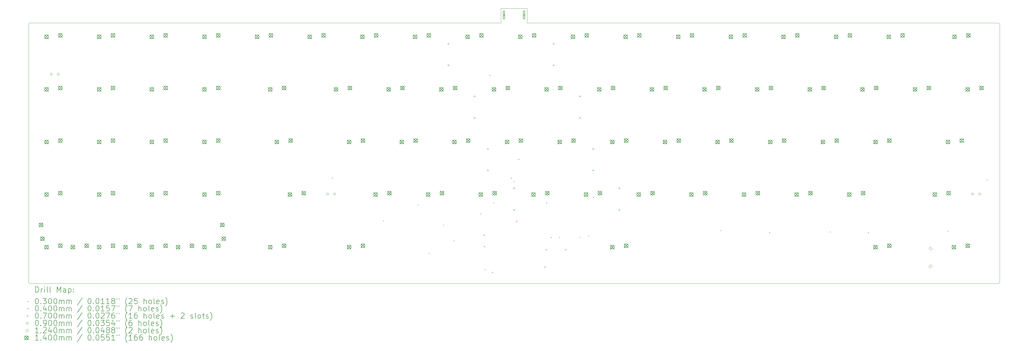
<source format=gbr>
%FSLAX45Y45*%
G04 Gerber Fmt 4.5, Leading zero omitted, Abs format (unit mm)*
G04 Created by KiCad (PCBNEW (6.0.0)) date 2022-03-08 15:04:03*
%MOMM*%
%LPD*%
G01*
G04 APERTURE LIST*
%TA.AperFunction,Profile*%
%ADD10C,0.100000*%
%TD*%
%ADD11C,0.200000*%
%ADD12C,0.030000*%
%ADD13C,0.040000*%
%ADD14C,0.070000*%
%ADD15C,0.090000*%
%ADD16C,0.124000*%
%ADD17C,0.140000*%
G04 APERTURE END LIST*
D10*
X2960000Y-12350000D02*
X38000000Y-12350000D01*
X20955000Y-2910000D02*
X38000000Y-2910000D01*
X38050000Y-2960000D02*
X38050000Y-12300000D01*
X2910000Y-2960000D02*
X2910000Y-12300000D01*
X38050000Y-2960000D02*
G75*
G03*
X38000000Y-2910000I-50000J0D01*
G01*
X20002500Y-2381250D02*
X20002500Y-2910000D01*
X20002500Y-2381250D02*
X20955000Y-2381250D01*
X2910000Y-12300000D02*
G75*
G03*
X2960000Y-12350000I50000J0D01*
G01*
X20955000Y-2381250D02*
X20955000Y-2910000D01*
X2960000Y-2910000D02*
G75*
G03*
X2910000Y-2960000I0J-50000D01*
G01*
X38000000Y-12350000D02*
G75*
G03*
X38050000Y-12300000I0J50000D01*
G01*
X2960000Y-2910000D02*
X20002500Y-2910000D01*
D11*
D12*
X13885000Y-8510000D02*
X13915000Y-8540000D01*
X13915000Y-8510000D02*
X13885000Y-8540000D01*
X15735000Y-10060000D02*
X15765000Y-10090000D01*
X15765000Y-10060000D02*
X15735000Y-10090000D01*
X16985000Y-9485000D02*
X17015000Y-9515000D01*
X17015000Y-9485000D02*
X16985000Y-9515000D01*
X17385000Y-11235000D02*
X17415000Y-11265000D01*
X17415000Y-11235000D02*
X17385000Y-11265000D01*
X17910000Y-10210000D02*
X17940000Y-10240000D01*
X17940000Y-10210000D02*
X17910000Y-10240000D01*
X18284999Y-10785000D02*
X18314999Y-10815000D01*
X18314999Y-10785000D02*
X18284999Y-10815000D01*
X19260000Y-9810000D02*
X19290000Y-9840000D01*
X19290000Y-9810000D02*
X19260000Y-9840000D01*
X19410000Y-11835000D02*
X19440000Y-11865000D01*
X19440000Y-11835000D02*
X19410000Y-11865000D01*
X19585000Y-4785000D02*
X19615000Y-4815000D01*
X19615000Y-4785000D02*
X19585000Y-4815000D01*
X19735000Y-9410001D02*
X19765000Y-9440001D01*
X19765000Y-9410001D02*
X19735000Y-9440001D01*
X20360000Y-8510000D02*
X20390000Y-8540000D01*
X20390000Y-8510000D02*
X20360000Y-8540000D01*
X20460000Y-8635000D02*
X20490000Y-8665000D01*
X20490000Y-8635000D02*
X20460000Y-8665000D01*
X20635000Y-7835000D02*
X20665000Y-7865000D01*
X20665000Y-7835000D02*
X20635000Y-7865000D01*
X21635000Y-9410000D02*
X21665000Y-9440000D01*
X21665000Y-9410000D02*
X21635000Y-9440000D01*
X21810000Y-10660000D02*
X21840000Y-10690000D01*
X21840000Y-10660000D02*
X21810000Y-10690000D01*
X22110000Y-10660000D02*
X22140000Y-10690000D01*
X22140000Y-10660000D02*
X22110000Y-10690000D01*
X22835000Y-10660000D02*
X22865000Y-10690000D01*
X22865000Y-10660000D02*
X22835000Y-10690000D01*
X23159999Y-10610000D02*
X23189999Y-10640000D01*
X23189999Y-10610000D02*
X23159999Y-10640000D01*
X23335000Y-9210000D02*
X23365000Y-9240000D01*
X23365000Y-9210000D02*
X23335000Y-9240000D01*
X27935625Y-10410625D02*
X27965625Y-10440625D01*
X27965625Y-10410625D02*
X27935625Y-10440625D01*
X29710000Y-10485000D02*
X29740000Y-10515000D01*
X29740000Y-10485000D02*
X29710000Y-10515000D01*
X31910000Y-10460000D02*
X31940000Y-10490000D01*
X31940000Y-10460000D02*
X31910000Y-10490000D01*
X33285000Y-10485001D02*
X33315000Y-10515001D01*
X33315000Y-10485001D02*
X33285000Y-10515001D01*
X36160000Y-10435000D02*
X36190000Y-10465000D01*
X36190000Y-10435000D02*
X36160000Y-10465000D01*
X37585000Y-8585000D02*
X37615000Y-8615000D01*
X37615000Y-8585000D02*
X37585000Y-8615000D01*
D13*
X19420000Y-10600000D02*
G75*
G03*
X19420000Y-10600000I-20000J0D01*
G01*
X19432500Y-11012500D02*
G75*
G03*
X19432500Y-11012500I-20000J0D01*
G01*
X19720000Y-11950000D02*
G75*
G03*
X19720000Y-11950000I-20000J0D01*
G01*
X20595000Y-10100000D02*
G75*
G03*
X20595000Y-10100000I-20000J0D01*
G01*
X21620000Y-11750000D02*
G75*
G03*
X21620000Y-11750000I-20000J0D01*
G01*
X21670000Y-11125000D02*
G75*
G03*
X21670000Y-11125000I-20000J0D01*
G01*
X22370000Y-11125000D02*
G75*
G03*
X22370000Y-11125000I-20000J0D01*
G01*
D14*
X18097500Y-3623125D02*
X18097500Y-3693125D01*
X18062500Y-3658125D02*
X18132500Y-3658125D01*
X18097500Y-4403125D02*
X18097500Y-4473125D01*
X18062500Y-4438125D02*
X18132500Y-4438125D01*
X19050000Y-5528125D02*
X19050000Y-5598125D01*
X19015000Y-5563125D02*
X19085000Y-5563125D01*
X19050000Y-6308125D02*
X19050000Y-6378125D01*
X19015000Y-6343125D02*
X19085000Y-6343125D01*
X19526250Y-7433125D02*
X19526250Y-7503125D01*
X19491250Y-7468125D02*
X19561250Y-7468125D01*
X19526250Y-8213125D02*
X19526250Y-8283125D01*
X19491250Y-8248125D02*
X19561250Y-8248125D01*
X20113750Y-2582500D02*
X20113750Y-2652500D01*
X20078750Y-2617500D02*
X20148750Y-2617500D01*
D11*
X20088750Y-2492500D02*
X20088750Y-2742500D01*
X20138750Y-2492500D02*
X20138750Y-2742500D01*
X20088750Y-2742500D02*
G75*
G03*
X20138750Y-2742500I25000J0D01*
G01*
X20138750Y-2492500D02*
G75*
G03*
X20088750Y-2492500I-25000J0D01*
G01*
D14*
X20478750Y-8861875D02*
X20478750Y-8931875D01*
X20443750Y-8896875D02*
X20513750Y-8896875D01*
X20478750Y-9641875D02*
X20478750Y-9711875D01*
X20443750Y-9676875D02*
X20513750Y-9676875D01*
X20843750Y-2582500D02*
X20843750Y-2652500D01*
X20808750Y-2617500D02*
X20878750Y-2617500D01*
D11*
X20818750Y-2492500D02*
X20818750Y-2742500D01*
X20868750Y-2492500D02*
X20868750Y-2742500D01*
X20818750Y-2742500D02*
G75*
G03*
X20868750Y-2742500I25000J0D01*
G01*
X20868750Y-2492500D02*
G75*
G03*
X20818750Y-2492500I-25000J0D01*
G01*
D14*
X21907500Y-3623125D02*
X21907500Y-3693125D01*
X21872500Y-3658125D02*
X21942500Y-3658125D01*
X21907500Y-4403125D02*
X21907500Y-4473125D01*
X21872500Y-4438125D02*
X21942500Y-4438125D01*
X22860000Y-5528125D02*
X22860000Y-5598125D01*
X22825000Y-5563125D02*
X22895000Y-5563125D01*
X22860000Y-6308125D02*
X22860000Y-6378125D01*
X22825000Y-6343125D02*
X22895000Y-6343125D01*
X23336250Y-7433125D02*
X23336250Y-7503125D01*
X23301250Y-7468125D02*
X23371250Y-7468125D01*
X23336250Y-8213125D02*
X23336250Y-8283125D01*
X23301250Y-8248125D02*
X23371250Y-8248125D01*
X24288750Y-8861875D02*
X24288750Y-8931875D01*
X24253750Y-8896875D02*
X24323750Y-8896875D01*
X24288750Y-9641875D02*
X24288750Y-9711875D01*
X24253750Y-9676875D02*
X24323750Y-9676875D01*
D15*
X3756820Y-4794320D02*
X3756820Y-4730680D01*
X3693180Y-4730680D01*
X3693180Y-4794320D01*
X3756820Y-4794320D01*
X4010820Y-4794320D02*
X4010820Y-4730680D01*
X3947180Y-4730680D01*
X3947180Y-4794320D01*
X4010820Y-4794320D01*
X13752820Y-9131820D02*
X13752820Y-9068180D01*
X13689180Y-9068180D01*
X13689180Y-9131820D01*
X13752820Y-9131820D01*
X14006820Y-9131820D02*
X14006820Y-9068180D01*
X13943180Y-9068180D01*
X13943180Y-9131820D01*
X14006820Y-9131820D01*
X37102820Y-9131820D02*
X37102820Y-9068180D01*
X37039180Y-9068180D01*
X37039180Y-9131820D01*
X37102820Y-9131820D01*
X37356820Y-9131820D02*
X37356820Y-9068180D01*
X37293180Y-9068180D01*
X37293180Y-9131820D01*
X37356820Y-9131820D01*
D16*
X35550000Y-11137000D02*
X35612000Y-11075000D01*
X35550000Y-11013000D01*
X35488000Y-11075000D01*
X35550000Y-11137000D01*
X35550000Y-11787000D02*
X35612000Y-11725000D01*
X35550000Y-11663000D01*
X35488000Y-11725000D01*
X35550000Y-11787000D01*
D17*
X3290000Y-10157500D02*
X3430000Y-10297500D01*
X3430000Y-10157500D02*
X3290000Y-10297500D01*
X3430000Y-10227500D02*
G75*
G03*
X3430000Y-10227500I-70000J0D01*
G01*
X3340000Y-10657500D02*
X3480000Y-10797500D01*
X3480000Y-10657500D02*
X3340000Y-10797500D01*
X3480000Y-10727500D02*
G75*
G03*
X3480000Y-10727500I-70000J0D01*
G01*
X3490000Y-3340000D02*
X3630000Y-3480000D01*
X3630000Y-3340000D02*
X3490000Y-3480000D01*
X3630000Y-3410000D02*
G75*
G03*
X3630000Y-3410000I-70000J0D01*
G01*
X3490000Y-5245000D02*
X3630000Y-5385000D01*
X3630000Y-5245000D02*
X3490000Y-5385000D01*
X3630000Y-5315000D02*
G75*
G03*
X3630000Y-5315000I-70000J0D01*
G01*
X3490000Y-7150000D02*
X3630000Y-7290000D01*
X3630000Y-7150000D02*
X3490000Y-7290000D01*
X3630000Y-7220000D02*
G75*
G03*
X3630000Y-7220000I-70000J0D01*
G01*
X3490000Y-9055000D02*
X3630000Y-9195000D01*
X3630000Y-9055000D02*
X3490000Y-9195000D01*
X3630000Y-9125000D02*
G75*
G03*
X3630000Y-9125000I-70000J0D01*
G01*
X3490000Y-10960000D02*
X3630000Y-11100000D01*
X3630000Y-10960000D02*
X3490000Y-11100000D01*
X3630000Y-11030000D02*
G75*
G03*
X3630000Y-11030000I-70000J0D01*
G01*
X3990000Y-3290000D02*
X4130000Y-3430000D01*
X4130000Y-3290000D02*
X3990000Y-3430000D01*
X4130000Y-3360000D02*
G75*
G03*
X4130000Y-3360000I-70000J0D01*
G01*
X3990000Y-5195000D02*
X4130000Y-5335000D01*
X4130000Y-5195000D02*
X3990000Y-5335000D01*
X4130000Y-5265000D02*
G75*
G03*
X4130000Y-5265000I-70000J0D01*
G01*
X3990000Y-7100000D02*
X4130000Y-7240000D01*
X4130000Y-7100000D02*
X3990000Y-7240000D01*
X4130000Y-7170000D02*
G75*
G03*
X4130000Y-7170000I-70000J0D01*
G01*
X3990000Y-9005000D02*
X4130000Y-9145000D01*
X4130000Y-9005000D02*
X3990000Y-9145000D01*
X4130000Y-9075000D02*
G75*
G03*
X4130000Y-9075000I-70000J0D01*
G01*
X3990000Y-10910000D02*
X4130000Y-11050000D01*
X4130000Y-10910000D02*
X3990000Y-11050000D01*
X4130000Y-10980000D02*
G75*
G03*
X4130000Y-10980000I-70000J0D01*
G01*
X4442500Y-10960000D02*
X4582500Y-11100000D01*
X4582500Y-10960000D02*
X4442500Y-11100000D01*
X4582500Y-11030000D02*
G75*
G03*
X4582500Y-11030000I-70000J0D01*
G01*
X4942500Y-10910000D02*
X5082500Y-11050000D01*
X5082500Y-10910000D02*
X4942500Y-11050000D01*
X5082500Y-10980000D02*
G75*
G03*
X5082500Y-10980000I-70000J0D01*
G01*
X5395000Y-3340000D02*
X5535000Y-3480000D01*
X5535000Y-3340000D02*
X5395000Y-3480000D01*
X5535000Y-3410000D02*
G75*
G03*
X5535000Y-3410000I-70000J0D01*
G01*
X5395000Y-5245000D02*
X5535000Y-5385000D01*
X5535000Y-5245000D02*
X5395000Y-5385000D01*
X5535000Y-5315000D02*
G75*
G03*
X5535000Y-5315000I-70000J0D01*
G01*
X5395000Y-7150000D02*
X5535000Y-7290000D01*
X5535000Y-7150000D02*
X5395000Y-7290000D01*
X5535000Y-7220000D02*
G75*
G03*
X5535000Y-7220000I-70000J0D01*
G01*
X5395000Y-9055000D02*
X5535000Y-9195000D01*
X5535000Y-9055000D02*
X5395000Y-9195000D01*
X5535000Y-9125000D02*
G75*
G03*
X5535000Y-9125000I-70000J0D01*
G01*
X5395000Y-10960000D02*
X5535000Y-11100000D01*
X5535000Y-10960000D02*
X5395000Y-11100000D01*
X5535000Y-11030000D02*
G75*
G03*
X5535000Y-11030000I-70000J0D01*
G01*
X5895000Y-3290000D02*
X6035000Y-3430000D01*
X6035000Y-3290000D02*
X5895000Y-3430000D01*
X6035000Y-3360000D02*
G75*
G03*
X6035000Y-3360000I-70000J0D01*
G01*
X5895000Y-5195000D02*
X6035000Y-5335000D01*
X6035000Y-5195000D02*
X5895000Y-5335000D01*
X6035000Y-5265000D02*
G75*
G03*
X6035000Y-5265000I-70000J0D01*
G01*
X5895000Y-7100000D02*
X6035000Y-7240000D01*
X6035000Y-7100000D02*
X5895000Y-7240000D01*
X6035000Y-7170000D02*
G75*
G03*
X6035000Y-7170000I-70000J0D01*
G01*
X5895000Y-9005000D02*
X6035000Y-9145000D01*
X6035000Y-9005000D02*
X5895000Y-9145000D01*
X6035000Y-9075000D02*
G75*
G03*
X6035000Y-9075000I-70000J0D01*
G01*
X5895000Y-10910000D02*
X6035000Y-11050000D01*
X6035000Y-10910000D02*
X5895000Y-11050000D01*
X6035000Y-10980000D02*
G75*
G03*
X6035000Y-10980000I-70000J0D01*
G01*
X6347500Y-10960000D02*
X6487500Y-11100000D01*
X6487500Y-10960000D02*
X6347500Y-11100000D01*
X6487500Y-11030000D02*
G75*
G03*
X6487500Y-11030000I-70000J0D01*
G01*
X6847500Y-10910000D02*
X6987500Y-11050000D01*
X6987500Y-10910000D02*
X6847500Y-11050000D01*
X6987500Y-10980000D02*
G75*
G03*
X6987500Y-10980000I-70000J0D01*
G01*
X7300000Y-3340000D02*
X7440000Y-3480000D01*
X7440000Y-3340000D02*
X7300000Y-3480000D01*
X7440000Y-3410000D02*
G75*
G03*
X7440000Y-3410000I-70000J0D01*
G01*
X7300000Y-5245000D02*
X7440000Y-5385000D01*
X7440000Y-5245000D02*
X7300000Y-5385000D01*
X7440000Y-5315000D02*
G75*
G03*
X7440000Y-5315000I-70000J0D01*
G01*
X7300000Y-7150000D02*
X7440000Y-7290000D01*
X7440000Y-7150000D02*
X7300000Y-7290000D01*
X7440000Y-7220000D02*
G75*
G03*
X7440000Y-7220000I-70000J0D01*
G01*
X7300000Y-9055000D02*
X7440000Y-9195000D01*
X7440000Y-9055000D02*
X7300000Y-9195000D01*
X7440000Y-9125000D02*
G75*
G03*
X7440000Y-9125000I-70000J0D01*
G01*
X7300000Y-10960000D02*
X7440000Y-11100000D01*
X7440000Y-10960000D02*
X7300000Y-11100000D01*
X7440000Y-11030000D02*
G75*
G03*
X7440000Y-11030000I-70000J0D01*
G01*
X7800000Y-3290000D02*
X7940000Y-3430000D01*
X7940000Y-3290000D02*
X7800000Y-3430000D01*
X7940000Y-3360000D02*
G75*
G03*
X7940000Y-3360000I-70000J0D01*
G01*
X7800000Y-5195000D02*
X7940000Y-5335000D01*
X7940000Y-5195000D02*
X7800000Y-5335000D01*
X7940000Y-5265000D02*
G75*
G03*
X7940000Y-5265000I-70000J0D01*
G01*
X7800000Y-7100000D02*
X7940000Y-7240000D01*
X7940000Y-7100000D02*
X7800000Y-7240000D01*
X7940000Y-7170000D02*
G75*
G03*
X7940000Y-7170000I-70000J0D01*
G01*
X7800000Y-9005000D02*
X7940000Y-9145000D01*
X7940000Y-9005000D02*
X7800000Y-9145000D01*
X7940000Y-9075000D02*
G75*
G03*
X7940000Y-9075000I-70000J0D01*
G01*
X7800000Y-10910000D02*
X7940000Y-11050000D01*
X7940000Y-10910000D02*
X7800000Y-11050000D01*
X7940000Y-10980000D02*
G75*
G03*
X7940000Y-10980000I-70000J0D01*
G01*
X8252500Y-10960000D02*
X8392500Y-11100000D01*
X8392500Y-10960000D02*
X8252500Y-11100000D01*
X8392500Y-11030000D02*
G75*
G03*
X8392500Y-11030000I-70000J0D01*
G01*
X8752500Y-10910000D02*
X8892500Y-11050000D01*
X8892500Y-10910000D02*
X8752500Y-11050000D01*
X8892500Y-10980000D02*
G75*
G03*
X8892500Y-10980000I-70000J0D01*
G01*
X9205000Y-3340000D02*
X9345000Y-3480000D01*
X9345000Y-3340000D02*
X9205000Y-3480000D01*
X9345000Y-3410000D02*
G75*
G03*
X9345000Y-3410000I-70000J0D01*
G01*
X9205000Y-5245000D02*
X9345000Y-5385000D01*
X9345000Y-5245000D02*
X9205000Y-5385000D01*
X9345000Y-5315000D02*
G75*
G03*
X9345000Y-5315000I-70000J0D01*
G01*
X9205000Y-7150000D02*
X9345000Y-7290000D01*
X9345000Y-7150000D02*
X9205000Y-7290000D01*
X9345000Y-7220000D02*
G75*
G03*
X9345000Y-7220000I-70000J0D01*
G01*
X9205000Y-9055000D02*
X9345000Y-9195000D01*
X9345000Y-9055000D02*
X9205000Y-9195000D01*
X9345000Y-9125000D02*
G75*
G03*
X9345000Y-9125000I-70000J0D01*
G01*
X9205000Y-10960000D02*
X9345000Y-11100000D01*
X9345000Y-10960000D02*
X9205000Y-11100000D01*
X9345000Y-11030000D02*
G75*
G03*
X9345000Y-11030000I-70000J0D01*
G01*
X9705000Y-3290000D02*
X9845000Y-3430000D01*
X9845000Y-3290000D02*
X9705000Y-3430000D01*
X9845000Y-3360000D02*
G75*
G03*
X9845000Y-3360000I-70000J0D01*
G01*
X9705000Y-5195000D02*
X9845000Y-5335000D01*
X9845000Y-5195000D02*
X9705000Y-5335000D01*
X9845000Y-5265000D02*
G75*
G03*
X9845000Y-5265000I-70000J0D01*
G01*
X9705000Y-7100000D02*
X9845000Y-7240000D01*
X9845000Y-7100000D02*
X9705000Y-7240000D01*
X9845000Y-7170000D02*
G75*
G03*
X9845000Y-7170000I-70000J0D01*
G01*
X9705000Y-9005000D02*
X9845000Y-9145000D01*
X9845000Y-9005000D02*
X9705000Y-9145000D01*
X9845000Y-9075000D02*
G75*
G03*
X9845000Y-9075000I-70000J0D01*
G01*
X9705000Y-10910000D02*
X9845000Y-11050000D01*
X9845000Y-10910000D02*
X9705000Y-11050000D01*
X9845000Y-10980000D02*
G75*
G03*
X9845000Y-10980000I-70000J0D01*
G01*
X9855000Y-10157500D02*
X9995000Y-10297500D01*
X9995000Y-10157500D02*
X9855000Y-10297500D01*
X9995000Y-10227500D02*
G75*
G03*
X9995000Y-10227500I-70000J0D01*
G01*
X9905000Y-10657500D02*
X10045000Y-10797500D01*
X10045000Y-10657500D02*
X9905000Y-10797500D01*
X10045000Y-10727500D02*
G75*
G03*
X10045000Y-10727500I-70000J0D01*
G01*
X11110000Y-3340000D02*
X11250000Y-3480000D01*
X11250000Y-3340000D02*
X11110000Y-3480000D01*
X11250000Y-3410000D02*
G75*
G03*
X11250000Y-3410000I-70000J0D01*
G01*
X11586250Y-5245000D02*
X11726250Y-5385000D01*
X11726250Y-5245000D02*
X11586250Y-5385000D01*
X11726250Y-5315000D02*
G75*
G03*
X11726250Y-5315000I-70000J0D01*
G01*
X11586250Y-10960000D02*
X11726250Y-11100000D01*
X11726250Y-10960000D02*
X11586250Y-11100000D01*
X11726250Y-11030000D02*
G75*
G03*
X11726250Y-11030000I-70000J0D01*
G01*
X11610000Y-3290000D02*
X11750000Y-3430000D01*
X11750000Y-3290000D02*
X11610000Y-3430000D01*
X11750000Y-3360000D02*
G75*
G03*
X11750000Y-3360000I-70000J0D01*
G01*
X11824375Y-7150000D02*
X11964375Y-7290000D01*
X11964375Y-7150000D02*
X11824375Y-7290000D01*
X11964375Y-7220000D02*
G75*
G03*
X11964375Y-7220000I-70000J0D01*
G01*
X12086250Y-5195000D02*
X12226250Y-5335000D01*
X12226250Y-5195000D02*
X12086250Y-5335000D01*
X12226250Y-5265000D02*
G75*
G03*
X12226250Y-5265000I-70000J0D01*
G01*
X12086250Y-10910000D02*
X12226250Y-11050000D01*
X12226250Y-10910000D02*
X12086250Y-11050000D01*
X12226250Y-10980000D02*
G75*
G03*
X12226250Y-10980000I-70000J0D01*
G01*
X12300625Y-9055000D02*
X12440625Y-9195000D01*
X12440625Y-9055000D02*
X12300625Y-9195000D01*
X12440625Y-9125000D02*
G75*
G03*
X12440625Y-9125000I-70000J0D01*
G01*
X12324375Y-7100000D02*
X12464375Y-7240000D01*
X12464375Y-7100000D02*
X12324375Y-7240000D01*
X12464375Y-7170000D02*
G75*
G03*
X12464375Y-7170000I-70000J0D01*
G01*
X12800625Y-9005000D02*
X12940625Y-9145000D01*
X12940625Y-9005000D02*
X12800625Y-9145000D01*
X12940625Y-9075000D02*
G75*
G03*
X12940625Y-9075000I-70000J0D01*
G01*
X13015000Y-3340000D02*
X13155000Y-3480000D01*
X13155000Y-3340000D02*
X13015000Y-3480000D01*
X13155000Y-3410000D02*
G75*
G03*
X13155000Y-3410000I-70000J0D01*
G01*
X13515000Y-3290000D02*
X13655000Y-3430000D01*
X13655000Y-3290000D02*
X13515000Y-3430000D01*
X13655000Y-3360000D02*
G75*
G03*
X13655000Y-3360000I-70000J0D01*
G01*
X13967500Y-5245000D02*
X14107500Y-5385000D01*
X14107500Y-5245000D02*
X13967500Y-5385000D01*
X14107500Y-5315000D02*
G75*
G03*
X14107500Y-5315000I-70000J0D01*
G01*
X14443750Y-7150000D02*
X14583750Y-7290000D01*
X14583750Y-7150000D02*
X14443750Y-7290000D01*
X14583750Y-7220000D02*
G75*
G03*
X14583750Y-7220000I-70000J0D01*
G01*
X14443750Y-10960000D02*
X14583750Y-11100000D01*
X14583750Y-10960000D02*
X14443750Y-11100000D01*
X14583750Y-11030000D02*
G75*
G03*
X14583750Y-11030000I-70000J0D01*
G01*
X14467500Y-5195000D02*
X14607500Y-5335000D01*
X14607500Y-5195000D02*
X14467500Y-5335000D01*
X14607500Y-5265000D02*
G75*
G03*
X14607500Y-5265000I-70000J0D01*
G01*
X14920000Y-3340000D02*
X15060000Y-3480000D01*
X15060000Y-3340000D02*
X14920000Y-3480000D01*
X15060000Y-3410000D02*
G75*
G03*
X15060000Y-3410000I-70000J0D01*
G01*
X14943750Y-7100000D02*
X15083750Y-7240000D01*
X15083750Y-7100000D02*
X14943750Y-7240000D01*
X15083750Y-7170000D02*
G75*
G03*
X15083750Y-7170000I-70000J0D01*
G01*
X14943750Y-10910000D02*
X15083750Y-11050000D01*
X15083750Y-10910000D02*
X14943750Y-11050000D01*
X15083750Y-10980000D02*
G75*
G03*
X15083750Y-10980000I-70000J0D01*
G01*
X15396250Y-9055000D02*
X15536250Y-9195000D01*
X15536250Y-9055000D02*
X15396250Y-9195000D01*
X15536250Y-9125000D02*
G75*
G03*
X15536250Y-9125000I-70000J0D01*
G01*
X15420000Y-3290000D02*
X15560000Y-3430000D01*
X15560000Y-3290000D02*
X15420000Y-3430000D01*
X15560000Y-3360000D02*
G75*
G03*
X15560000Y-3360000I-70000J0D01*
G01*
X15872500Y-5245000D02*
X16012500Y-5385000D01*
X16012500Y-5245000D02*
X15872500Y-5385000D01*
X16012500Y-5315000D02*
G75*
G03*
X16012500Y-5315000I-70000J0D01*
G01*
X15896250Y-9005000D02*
X16036250Y-9145000D01*
X16036250Y-9005000D02*
X15896250Y-9145000D01*
X16036250Y-9075000D02*
G75*
G03*
X16036250Y-9075000I-70000J0D01*
G01*
X16348750Y-7150000D02*
X16488750Y-7290000D01*
X16488750Y-7150000D02*
X16348750Y-7290000D01*
X16488750Y-7220000D02*
G75*
G03*
X16488750Y-7220000I-70000J0D01*
G01*
X16372500Y-5195000D02*
X16512500Y-5335000D01*
X16512500Y-5195000D02*
X16372500Y-5335000D01*
X16512500Y-5265000D02*
G75*
G03*
X16512500Y-5265000I-70000J0D01*
G01*
X16825000Y-3340000D02*
X16965000Y-3480000D01*
X16965000Y-3340000D02*
X16825000Y-3480000D01*
X16965000Y-3410000D02*
G75*
G03*
X16965000Y-3410000I-70000J0D01*
G01*
X16848750Y-7100000D02*
X16988750Y-7240000D01*
X16988750Y-7100000D02*
X16848750Y-7240000D01*
X16988750Y-7170000D02*
G75*
G03*
X16988750Y-7170000I-70000J0D01*
G01*
X17301250Y-9055000D02*
X17441250Y-9195000D01*
X17441250Y-9055000D02*
X17301250Y-9195000D01*
X17441250Y-9125000D02*
G75*
G03*
X17441250Y-9125000I-70000J0D01*
G01*
X17325000Y-3290000D02*
X17465000Y-3430000D01*
X17465000Y-3290000D02*
X17325000Y-3430000D01*
X17465000Y-3360000D02*
G75*
G03*
X17465000Y-3360000I-70000J0D01*
G01*
X17777500Y-5245000D02*
X17917500Y-5385000D01*
X17917500Y-5245000D02*
X17777500Y-5385000D01*
X17917500Y-5315000D02*
G75*
G03*
X17917500Y-5315000I-70000J0D01*
G01*
X17801250Y-9005000D02*
X17941250Y-9145000D01*
X17941250Y-9005000D02*
X17801250Y-9145000D01*
X17941250Y-9075000D02*
G75*
G03*
X17941250Y-9075000I-70000J0D01*
G01*
X18253750Y-7150000D02*
X18393750Y-7290000D01*
X18393750Y-7150000D02*
X18253750Y-7290000D01*
X18393750Y-7220000D02*
G75*
G03*
X18393750Y-7220000I-70000J0D01*
G01*
X18277500Y-5195000D02*
X18417500Y-5335000D01*
X18417500Y-5195000D02*
X18277500Y-5335000D01*
X18417500Y-5265000D02*
G75*
G03*
X18417500Y-5265000I-70000J0D01*
G01*
X18730000Y-3340000D02*
X18870000Y-3480000D01*
X18870000Y-3340000D02*
X18730000Y-3480000D01*
X18870000Y-3410000D02*
G75*
G03*
X18870000Y-3410000I-70000J0D01*
G01*
X18753750Y-7100000D02*
X18893750Y-7240000D01*
X18893750Y-7100000D02*
X18753750Y-7240000D01*
X18893750Y-7170000D02*
G75*
G03*
X18893750Y-7170000I-70000J0D01*
G01*
X19206250Y-9055000D02*
X19346250Y-9195000D01*
X19346250Y-9055000D02*
X19206250Y-9195000D01*
X19346250Y-9125000D02*
G75*
G03*
X19346250Y-9125000I-70000J0D01*
G01*
X19230000Y-3290000D02*
X19370000Y-3430000D01*
X19370000Y-3290000D02*
X19230000Y-3430000D01*
X19370000Y-3360000D02*
G75*
G03*
X19370000Y-3360000I-70000J0D01*
G01*
X19682500Y-5245000D02*
X19822500Y-5385000D01*
X19822500Y-5245000D02*
X19682500Y-5385000D01*
X19822500Y-5315000D02*
G75*
G03*
X19822500Y-5315000I-70000J0D01*
G01*
X19706250Y-9005000D02*
X19846250Y-9145000D01*
X19846250Y-9005000D02*
X19706250Y-9145000D01*
X19846250Y-9075000D02*
G75*
G03*
X19846250Y-9075000I-70000J0D01*
G01*
X20158750Y-7150000D02*
X20298750Y-7290000D01*
X20298750Y-7150000D02*
X20158750Y-7290000D01*
X20298750Y-7220000D02*
G75*
G03*
X20298750Y-7220000I-70000J0D01*
G01*
X20182500Y-5195000D02*
X20322500Y-5335000D01*
X20322500Y-5195000D02*
X20182500Y-5335000D01*
X20322500Y-5265000D02*
G75*
G03*
X20322500Y-5265000I-70000J0D01*
G01*
X20635000Y-3340000D02*
X20775000Y-3480000D01*
X20775000Y-3340000D02*
X20635000Y-3480000D01*
X20775000Y-3410000D02*
G75*
G03*
X20775000Y-3410000I-70000J0D01*
G01*
X20658750Y-7100000D02*
X20798750Y-7240000D01*
X20798750Y-7100000D02*
X20658750Y-7240000D01*
X20798750Y-7170000D02*
G75*
G03*
X20798750Y-7170000I-70000J0D01*
G01*
X21111250Y-9055000D02*
X21251250Y-9195000D01*
X21251250Y-9055000D02*
X21111250Y-9195000D01*
X21251250Y-9125000D02*
G75*
G03*
X21251250Y-9125000I-70000J0D01*
G01*
X21135000Y-3290000D02*
X21275000Y-3430000D01*
X21275000Y-3290000D02*
X21135000Y-3430000D01*
X21275000Y-3360000D02*
G75*
G03*
X21275000Y-3360000I-70000J0D01*
G01*
X21587500Y-5245000D02*
X21727500Y-5385000D01*
X21727500Y-5245000D02*
X21587500Y-5385000D01*
X21727500Y-5315000D02*
G75*
G03*
X21727500Y-5315000I-70000J0D01*
G01*
X21611250Y-9005000D02*
X21751250Y-9145000D01*
X21751250Y-9005000D02*
X21611250Y-9145000D01*
X21751250Y-9075000D02*
G75*
G03*
X21751250Y-9075000I-70000J0D01*
G01*
X22063750Y-7150000D02*
X22203750Y-7290000D01*
X22203750Y-7150000D02*
X22063750Y-7290000D01*
X22203750Y-7220000D02*
G75*
G03*
X22203750Y-7220000I-70000J0D01*
G01*
X22087500Y-5195000D02*
X22227500Y-5335000D01*
X22227500Y-5195000D02*
X22087500Y-5335000D01*
X22227500Y-5265000D02*
G75*
G03*
X22227500Y-5265000I-70000J0D01*
G01*
X22540000Y-3340000D02*
X22680000Y-3480000D01*
X22680000Y-3340000D02*
X22540000Y-3480000D01*
X22680000Y-3410000D02*
G75*
G03*
X22680000Y-3410000I-70000J0D01*
G01*
X22563750Y-7100000D02*
X22703750Y-7240000D01*
X22703750Y-7100000D02*
X22563750Y-7240000D01*
X22703750Y-7170000D02*
G75*
G03*
X22703750Y-7170000I-70000J0D01*
G01*
X23016250Y-9055000D02*
X23156250Y-9195000D01*
X23156250Y-9055000D02*
X23016250Y-9195000D01*
X23156250Y-9125000D02*
G75*
G03*
X23156250Y-9125000I-70000J0D01*
G01*
X23040000Y-3290000D02*
X23180000Y-3430000D01*
X23180000Y-3290000D02*
X23040000Y-3430000D01*
X23180000Y-3360000D02*
G75*
G03*
X23180000Y-3360000I-70000J0D01*
G01*
X23492500Y-5245000D02*
X23632500Y-5385000D01*
X23632500Y-5245000D02*
X23492500Y-5385000D01*
X23632500Y-5315000D02*
G75*
G03*
X23632500Y-5315000I-70000J0D01*
G01*
X23516250Y-9005000D02*
X23656250Y-9145000D01*
X23656250Y-9005000D02*
X23516250Y-9145000D01*
X23656250Y-9075000D02*
G75*
G03*
X23656250Y-9075000I-70000J0D01*
G01*
X23968750Y-7150000D02*
X24108750Y-7290000D01*
X24108750Y-7150000D02*
X23968750Y-7290000D01*
X24108750Y-7220000D02*
G75*
G03*
X24108750Y-7220000I-70000J0D01*
G01*
X23968750Y-10960000D02*
X24108750Y-11100000D01*
X24108750Y-10960000D02*
X23968750Y-11100000D01*
X24108750Y-11030000D02*
G75*
G03*
X24108750Y-11030000I-70000J0D01*
G01*
X23992500Y-5195000D02*
X24132500Y-5335000D01*
X24132500Y-5195000D02*
X23992500Y-5335000D01*
X24132500Y-5265000D02*
G75*
G03*
X24132500Y-5265000I-70000J0D01*
G01*
X24445000Y-3340000D02*
X24585000Y-3480000D01*
X24585000Y-3340000D02*
X24445000Y-3480000D01*
X24585000Y-3410000D02*
G75*
G03*
X24585000Y-3410000I-70000J0D01*
G01*
X24468750Y-7100000D02*
X24608750Y-7240000D01*
X24608750Y-7100000D02*
X24468750Y-7240000D01*
X24608750Y-7170000D02*
G75*
G03*
X24608750Y-7170000I-70000J0D01*
G01*
X24468750Y-10910000D02*
X24608750Y-11050000D01*
X24608750Y-10910000D02*
X24468750Y-11050000D01*
X24608750Y-10980000D02*
G75*
G03*
X24608750Y-10980000I-70000J0D01*
G01*
X24921250Y-9055000D02*
X25061250Y-9195000D01*
X25061250Y-9055000D02*
X24921250Y-9195000D01*
X25061250Y-9125000D02*
G75*
G03*
X25061250Y-9125000I-70000J0D01*
G01*
X24945000Y-3290000D02*
X25085000Y-3430000D01*
X25085000Y-3290000D02*
X24945000Y-3430000D01*
X25085000Y-3360000D02*
G75*
G03*
X25085000Y-3360000I-70000J0D01*
G01*
X25397500Y-5245000D02*
X25537500Y-5385000D01*
X25537500Y-5245000D02*
X25397500Y-5385000D01*
X25537500Y-5315000D02*
G75*
G03*
X25537500Y-5315000I-70000J0D01*
G01*
X25421250Y-9005000D02*
X25561250Y-9145000D01*
X25561250Y-9005000D02*
X25421250Y-9145000D01*
X25561250Y-9075000D02*
G75*
G03*
X25561250Y-9075000I-70000J0D01*
G01*
X25873750Y-7150000D02*
X26013750Y-7290000D01*
X26013750Y-7150000D02*
X25873750Y-7290000D01*
X26013750Y-7220000D02*
G75*
G03*
X26013750Y-7220000I-70000J0D01*
G01*
X25897500Y-5195000D02*
X26037500Y-5335000D01*
X26037500Y-5195000D02*
X25897500Y-5335000D01*
X26037500Y-5265000D02*
G75*
G03*
X26037500Y-5265000I-70000J0D01*
G01*
X26350000Y-3340000D02*
X26490000Y-3480000D01*
X26490000Y-3340000D02*
X26350000Y-3480000D01*
X26490000Y-3410000D02*
G75*
G03*
X26490000Y-3410000I-70000J0D01*
G01*
X26373750Y-7100000D02*
X26513750Y-7240000D01*
X26513750Y-7100000D02*
X26373750Y-7240000D01*
X26513750Y-7170000D02*
G75*
G03*
X26513750Y-7170000I-70000J0D01*
G01*
X26826250Y-9055000D02*
X26966250Y-9195000D01*
X26966250Y-9055000D02*
X26826250Y-9195000D01*
X26966250Y-9125000D02*
G75*
G03*
X26966250Y-9125000I-70000J0D01*
G01*
X26850000Y-3290000D02*
X26990000Y-3430000D01*
X26990000Y-3290000D02*
X26850000Y-3430000D01*
X26990000Y-3360000D02*
G75*
G03*
X26990000Y-3360000I-70000J0D01*
G01*
X27302500Y-5245000D02*
X27442500Y-5385000D01*
X27442500Y-5245000D02*
X27302500Y-5385000D01*
X27442500Y-5315000D02*
G75*
G03*
X27442500Y-5315000I-70000J0D01*
G01*
X27326250Y-9005000D02*
X27466250Y-9145000D01*
X27466250Y-9005000D02*
X27326250Y-9145000D01*
X27466250Y-9075000D02*
G75*
G03*
X27466250Y-9075000I-70000J0D01*
G01*
X27778750Y-7150000D02*
X27918750Y-7290000D01*
X27918750Y-7150000D02*
X27778750Y-7290000D01*
X27918750Y-7220000D02*
G75*
G03*
X27918750Y-7220000I-70000J0D01*
G01*
X27802500Y-5195000D02*
X27942500Y-5335000D01*
X27942500Y-5195000D02*
X27802500Y-5335000D01*
X27942500Y-5265000D02*
G75*
G03*
X27942500Y-5265000I-70000J0D01*
G01*
X28255000Y-3340000D02*
X28395000Y-3480000D01*
X28395000Y-3340000D02*
X28255000Y-3480000D01*
X28395000Y-3410000D02*
G75*
G03*
X28395000Y-3410000I-70000J0D01*
G01*
X28278750Y-7100000D02*
X28418750Y-7240000D01*
X28418750Y-7100000D02*
X28278750Y-7240000D01*
X28418750Y-7170000D02*
G75*
G03*
X28418750Y-7170000I-70000J0D01*
G01*
X28731250Y-9055000D02*
X28871250Y-9195000D01*
X28871250Y-9055000D02*
X28731250Y-9195000D01*
X28871250Y-9125000D02*
G75*
G03*
X28871250Y-9125000I-70000J0D01*
G01*
X28755000Y-3290000D02*
X28895000Y-3430000D01*
X28895000Y-3290000D02*
X28755000Y-3430000D01*
X28895000Y-3360000D02*
G75*
G03*
X28895000Y-3360000I-70000J0D01*
G01*
X29207500Y-5245000D02*
X29347500Y-5385000D01*
X29347500Y-5245000D02*
X29207500Y-5385000D01*
X29347500Y-5315000D02*
G75*
G03*
X29347500Y-5315000I-70000J0D01*
G01*
X29231250Y-9005000D02*
X29371250Y-9145000D01*
X29371250Y-9005000D02*
X29231250Y-9145000D01*
X29371250Y-9075000D02*
G75*
G03*
X29371250Y-9075000I-70000J0D01*
G01*
X29683750Y-7150000D02*
X29823750Y-7290000D01*
X29823750Y-7150000D02*
X29683750Y-7290000D01*
X29823750Y-7220000D02*
G75*
G03*
X29823750Y-7220000I-70000J0D01*
G01*
X29707500Y-5195000D02*
X29847500Y-5335000D01*
X29847500Y-5195000D02*
X29707500Y-5335000D01*
X29847500Y-5265000D02*
G75*
G03*
X29847500Y-5265000I-70000J0D01*
G01*
X30160000Y-3340000D02*
X30300000Y-3480000D01*
X30300000Y-3340000D02*
X30160000Y-3480000D01*
X30300000Y-3410000D02*
G75*
G03*
X30300000Y-3410000I-70000J0D01*
G01*
X30183750Y-7100000D02*
X30323750Y-7240000D01*
X30323750Y-7100000D02*
X30183750Y-7240000D01*
X30323750Y-7170000D02*
G75*
G03*
X30323750Y-7170000I-70000J0D01*
G01*
X30636250Y-9055000D02*
X30776250Y-9195000D01*
X30776250Y-9055000D02*
X30636250Y-9195000D01*
X30776250Y-9125000D02*
G75*
G03*
X30776250Y-9125000I-70000J0D01*
G01*
X30660000Y-3290000D02*
X30800000Y-3430000D01*
X30800000Y-3290000D02*
X30660000Y-3430000D01*
X30800000Y-3360000D02*
G75*
G03*
X30800000Y-3360000I-70000J0D01*
G01*
X31112500Y-5245000D02*
X31252500Y-5385000D01*
X31252500Y-5245000D02*
X31112500Y-5385000D01*
X31252500Y-5315000D02*
G75*
G03*
X31252500Y-5315000I-70000J0D01*
G01*
X31136250Y-9005000D02*
X31276250Y-9145000D01*
X31276250Y-9005000D02*
X31136250Y-9145000D01*
X31276250Y-9075000D02*
G75*
G03*
X31276250Y-9075000I-70000J0D01*
G01*
X31588750Y-7150000D02*
X31728750Y-7290000D01*
X31728750Y-7150000D02*
X31588750Y-7290000D01*
X31728750Y-7220000D02*
G75*
G03*
X31728750Y-7220000I-70000J0D01*
G01*
X31612500Y-5195000D02*
X31752500Y-5335000D01*
X31752500Y-5195000D02*
X31612500Y-5335000D01*
X31752500Y-5265000D02*
G75*
G03*
X31752500Y-5265000I-70000J0D01*
G01*
X32065000Y-3340000D02*
X32205000Y-3480000D01*
X32205000Y-3340000D02*
X32065000Y-3480000D01*
X32205000Y-3410000D02*
G75*
G03*
X32205000Y-3410000I-70000J0D01*
G01*
X32088750Y-7100000D02*
X32228750Y-7240000D01*
X32228750Y-7100000D02*
X32088750Y-7240000D01*
X32228750Y-7170000D02*
G75*
G03*
X32228750Y-7170000I-70000J0D01*
G01*
X32541250Y-9055000D02*
X32681250Y-9195000D01*
X32681250Y-9055000D02*
X32541250Y-9195000D01*
X32681250Y-9125000D02*
G75*
G03*
X32681250Y-9125000I-70000J0D01*
G01*
X32565000Y-3290000D02*
X32705000Y-3430000D01*
X32705000Y-3290000D02*
X32565000Y-3430000D01*
X32705000Y-3360000D02*
G75*
G03*
X32705000Y-3360000I-70000J0D01*
G01*
X33017500Y-5245000D02*
X33157500Y-5385000D01*
X33157500Y-5245000D02*
X33017500Y-5385000D01*
X33157500Y-5315000D02*
G75*
G03*
X33157500Y-5315000I-70000J0D01*
G01*
X33041250Y-9005000D02*
X33181250Y-9145000D01*
X33181250Y-9005000D02*
X33041250Y-9145000D01*
X33181250Y-9075000D02*
G75*
G03*
X33181250Y-9075000I-70000J0D01*
G01*
X33493750Y-7150000D02*
X33633750Y-7290000D01*
X33633750Y-7150000D02*
X33493750Y-7290000D01*
X33633750Y-7220000D02*
G75*
G03*
X33633750Y-7220000I-70000J0D01*
G01*
X33493750Y-10960000D02*
X33633750Y-11100000D01*
X33633750Y-10960000D02*
X33493750Y-11100000D01*
X33633750Y-11030000D02*
G75*
G03*
X33633750Y-11030000I-70000J0D01*
G01*
X33517500Y-5195000D02*
X33657500Y-5335000D01*
X33657500Y-5195000D02*
X33517500Y-5335000D01*
X33657500Y-5265000D02*
G75*
G03*
X33657500Y-5265000I-70000J0D01*
G01*
X33970000Y-3340000D02*
X34110000Y-3480000D01*
X34110000Y-3340000D02*
X33970000Y-3480000D01*
X34110000Y-3410000D02*
G75*
G03*
X34110000Y-3410000I-70000J0D01*
G01*
X33993750Y-7100000D02*
X34133750Y-7240000D01*
X34133750Y-7100000D02*
X33993750Y-7240000D01*
X34133750Y-7170000D02*
G75*
G03*
X34133750Y-7170000I-70000J0D01*
G01*
X33993750Y-10910000D02*
X34133750Y-11050000D01*
X34133750Y-10910000D02*
X33993750Y-11050000D01*
X34133750Y-10980000D02*
G75*
G03*
X34133750Y-10980000I-70000J0D01*
G01*
X34470000Y-3290000D02*
X34610000Y-3430000D01*
X34610000Y-3290000D02*
X34470000Y-3430000D01*
X34610000Y-3360000D02*
G75*
G03*
X34610000Y-3360000I-70000J0D01*
G01*
X34922500Y-5245000D02*
X35062500Y-5385000D01*
X35062500Y-5245000D02*
X34922500Y-5385000D01*
X35062500Y-5315000D02*
G75*
G03*
X35062500Y-5315000I-70000J0D01*
G01*
X35422500Y-5195000D02*
X35562500Y-5335000D01*
X35562500Y-5195000D02*
X35422500Y-5335000D01*
X35562500Y-5265000D02*
G75*
G03*
X35562500Y-5265000I-70000J0D01*
G01*
X35636875Y-9055000D02*
X35776875Y-9195000D01*
X35776875Y-9055000D02*
X35636875Y-9195000D01*
X35776875Y-9125000D02*
G75*
G03*
X35776875Y-9125000I-70000J0D01*
G01*
X36113125Y-7150000D02*
X36253125Y-7290000D01*
X36253125Y-7150000D02*
X36113125Y-7290000D01*
X36253125Y-7220000D02*
G75*
G03*
X36253125Y-7220000I-70000J0D01*
G01*
X36136875Y-9005000D02*
X36276875Y-9145000D01*
X36276875Y-9005000D02*
X36136875Y-9145000D01*
X36276875Y-9075000D02*
G75*
G03*
X36276875Y-9075000I-70000J0D01*
G01*
X36327500Y-10960000D02*
X36467500Y-11100000D01*
X36467500Y-10960000D02*
X36327500Y-11100000D01*
X36467500Y-11030000D02*
G75*
G03*
X36467500Y-11030000I-70000J0D01*
G01*
X36351250Y-3340000D02*
X36491250Y-3480000D01*
X36491250Y-3340000D02*
X36351250Y-3480000D01*
X36491250Y-3410000D02*
G75*
G03*
X36491250Y-3410000I-70000J0D01*
G01*
X36613125Y-7100000D02*
X36753125Y-7240000D01*
X36753125Y-7100000D02*
X36613125Y-7240000D01*
X36753125Y-7170000D02*
G75*
G03*
X36753125Y-7170000I-70000J0D01*
G01*
X36827500Y-5245000D02*
X36967500Y-5385000D01*
X36967500Y-5245000D02*
X36827500Y-5385000D01*
X36967500Y-5315000D02*
G75*
G03*
X36967500Y-5315000I-70000J0D01*
G01*
X36827500Y-10910000D02*
X36967500Y-11050000D01*
X36967500Y-10910000D02*
X36827500Y-11050000D01*
X36967500Y-10980000D02*
G75*
G03*
X36967500Y-10980000I-70000J0D01*
G01*
X36851250Y-3290000D02*
X36991250Y-3430000D01*
X36991250Y-3290000D02*
X36851250Y-3430000D01*
X36991250Y-3360000D02*
G75*
G03*
X36991250Y-3360000I-70000J0D01*
G01*
X37327500Y-5195000D02*
X37467500Y-5335000D01*
X37467500Y-5195000D02*
X37327500Y-5335000D01*
X37467500Y-5265000D02*
G75*
G03*
X37467500Y-5265000I-70000J0D01*
G01*
D11*
X3162619Y-12665476D02*
X3162619Y-12465476D01*
X3210238Y-12465476D01*
X3238809Y-12475000D01*
X3257857Y-12494048D01*
X3267381Y-12513095D01*
X3276905Y-12551190D01*
X3276905Y-12579762D01*
X3267381Y-12617857D01*
X3257857Y-12636905D01*
X3238809Y-12655952D01*
X3210238Y-12665476D01*
X3162619Y-12665476D01*
X3362619Y-12665476D02*
X3362619Y-12532143D01*
X3362619Y-12570238D02*
X3372143Y-12551190D01*
X3381667Y-12541667D01*
X3400714Y-12532143D01*
X3419762Y-12532143D01*
X3486428Y-12665476D02*
X3486428Y-12532143D01*
X3486428Y-12465476D02*
X3476905Y-12475000D01*
X3486428Y-12484524D01*
X3495952Y-12475000D01*
X3486428Y-12465476D01*
X3486428Y-12484524D01*
X3610238Y-12665476D02*
X3591190Y-12655952D01*
X3581667Y-12636905D01*
X3581667Y-12465476D01*
X3715000Y-12665476D02*
X3695952Y-12655952D01*
X3686428Y-12636905D01*
X3686428Y-12465476D01*
X3943571Y-12665476D02*
X3943571Y-12465476D01*
X4010238Y-12608333D01*
X4076905Y-12465476D01*
X4076905Y-12665476D01*
X4257857Y-12665476D02*
X4257857Y-12560714D01*
X4248333Y-12541667D01*
X4229286Y-12532143D01*
X4191190Y-12532143D01*
X4172143Y-12541667D01*
X4257857Y-12655952D02*
X4238810Y-12665476D01*
X4191190Y-12665476D01*
X4172143Y-12655952D01*
X4162619Y-12636905D01*
X4162619Y-12617857D01*
X4172143Y-12598809D01*
X4191190Y-12589286D01*
X4238810Y-12589286D01*
X4257857Y-12579762D01*
X4353095Y-12532143D02*
X4353095Y-12732143D01*
X4353095Y-12541667D02*
X4372143Y-12532143D01*
X4410238Y-12532143D01*
X4429286Y-12541667D01*
X4438810Y-12551190D01*
X4448333Y-12570238D01*
X4448333Y-12627381D01*
X4438810Y-12646428D01*
X4429286Y-12655952D01*
X4410238Y-12665476D01*
X4372143Y-12665476D01*
X4353095Y-12655952D01*
X4534048Y-12646428D02*
X4543571Y-12655952D01*
X4534048Y-12665476D01*
X4524524Y-12655952D01*
X4534048Y-12646428D01*
X4534048Y-12665476D01*
X4534048Y-12541667D02*
X4543571Y-12551190D01*
X4534048Y-12560714D01*
X4524524Y-12551190D01*
X4534048Y-12541667D01*
X4534048Y-12560714D01*
D12*
X2875000Y-12980000D02*
X2905000Y-13010000D01*
X2905000Y-12980000D02*
X2875000Y-13010000D01*
D11*
X3200714Y-12885476D02*
X3219762Y-12885476D01*
X3238809Y-12895000D01*
X3248333Y-12904524D01*
X3257857Y-12923571D01*
X3267381Y-12961667D01*
X3267381Y-13009286D01*
X3257857Y-13047381D01*
X3248333Y-13066428D01*
X3238809Y-13075952D01*
X3219762Y-13085476D01*
X3200714Y-13085476D01*
X3181667Y-13075952D01*
X3172143Y-13066428D01*
X3162619Y-13047381D01*
X3153095Y-13009286D01*
X3153095Y-12961667D01*
X3162619Y-12923571D01*
X3172143Y-12904524D01*
X3181667Y-12895000D01*
X3200714Y-12885476D01*
X3353095Y-13066428D02*
X3362619Y-13075952D01*
X3353095Y-13085476D01*
X3343571Y-13075952D01*
X3353095Y-13066428D01*
X3353095Y-13085476D01*
X3429286Y-12885476D02*
X3553095Y-12885476D01*
X3486428Y-12961667D01*
X3515000Y-12961667D01*
X3534048Y-12971190D01*
X3543571Y-12980714D01*
X3553095Y-12999762D01*
X3553095Y-13047381D01*
X3543571Y-13066428D01*
X3534048Y-13075952D01*
X3515000Y-13085476D01*
X3457857Y-13085476D01*
X3438809Y-13075952D01*
X3429286Y-13066428D01*
X3676905Y-12885476D02*
X3695952Y-12885476D01*
X3715000Y-12895000D01*
X3724524Y-12904524D01*
X3734048Y-12923571D01*
X3743571Y-12961667D01*
X3743571Y-13009286D01*
X3734048Y-13047381D01*
X3724524Y-13066428D01*
X3715000Y-13075952D01*
X3695952Y-13085476D01*
X3676905Y-13085476D01*
X3657857Y-13075952D01*
X3648333Y-13066428D01*
X3638809Y-13047381D01*
X3629286Y-13009286D01*
X3629286Y-12961667D01*
X3638809Y-12923571D01*
X3648333Y-12904524D01*
X3657857Y-12895000D01*
X3676905Y-12885476D01*
X3867381Y-12885476D02*
X3886428Y-12885476D01*
X3905476Y-12895000D01*
X3915000Y-12904524D01*
X3924524Y-12923571D01*
X3934048Y-12961667D01*
X3934048Y-13009286D01*
X3924524Y-13047381D01*
X3915000Y-13066428D01*
X3905476Y-13075952D01*
X3886428Y-13085476D01*
X3867381Y-13085476D01*
X3848333Y-13075952D01*
X3838809Y-13066428D01*
X3829286Y-13047381D01*
X3819762Y-13009286D01*
X3819762Y-12961667D01*
X3829286Y-12923571D01*
X3838809Y-12904524D01*
X3848333Y-12895000D01*
X3867381Y-12885476D01*
X4019762Y-13085476D02*
X4019762Y-12952143D01*
X4019762Y-12971190D02*
X4029286Y-12961667D01*
X4048333Y-12952143D01*
X4076905Y-12952143D01*
X4095952Y-12961667D01*
X4105476Y-12980714D01*
X4105476Y-13085476D01*
X4105476Y-12980714D02*
X4115000Y-12961667D01*
X4134048Y-12952143D01*
X4162619Y-12952143D01*
X4181667Y-12961667D01*
X4191190Y-12980714D01*
X4191190Y-13085476D01*
X4286429Y-13085476D02*
X4286429Y-12952143D01*
X4286429Y-12971190D02*
X4295952Y-12961667D01*
X4315000Y-12952143D01*
X4343571Y-12952143D01*
X4362619Y-12961667D01*
X4372143Y-12980714D01*
X4372143Y-13085476D01*
X4372143Y-12980714D02*
X4381667Y-12961667D01*
X4400714Y-12952143D01*
X4429286Y-12952143D01*
X4448333Y-12961667D01*
X4457857Y-12980714D01*
X4457857Y-13085476D01*
X4848333Y-12875952D02*
X4676905Y-13133095D01*
X5105476Y-12885476D02*
X5124524Y-12885476D01*
X5143571Y-12895000D01*
X5153095Y-12904524D01*
X5162619Y-12923571D01*
X5172143Y-12961667D01*
X5172143Y-13009286D01*
X5162619Y-13047381D01*
X5153095Y-13066428D01*
X5143571Y-13075952D01*
X5124524Y-13085476D01*
X5105476Y-13085476D01*
X5086429Y-13075952D01*
X5076905Y-13066428D01*
X5067381Y-13047381D01*
X5057857Y-13009286D01*
X5057857Y-12961667D01*
X5067381Y-12923571D01*
X5076905Y-12904524D01*
X5086429Y-12895000D01*
X5105476Y-12885476D01*
X5257857Y-13066428D02*
X5267381Y-13075952D01*
X5257857Y-13085476D01*
X5248333Y-13075952D01*
X5257857Y-13066428D01*
X5257857Y-13085476D01*
X5391190Y-12885476D02*
X5410238Y-12885476D01*
X5429286Y-12895000D01*
X5438810Y-12904524D01*
X5448333Y-12923571D01*
X5457857Y-12961667D01*
X5457857Y-13009286D01*
X5448333Y-13047381D01*
X5438810Y-13066428D01*
X5429286Y-13075952D01*
X5410238Y-13085476D01*
X5391190Y-13085476D01*
X5372143Y-13075952D01*
X5362619Y-13066428D01*
X5353095Y-13047381D01*
X5343571Y-13009286D01*
X5343571Y-12961667D01*
X5353095Y-12923571D01*
X5362619Y-12904524D01*
X5372143Y-12895000D01*
X5391190Y-12885476D01*
X5648333Y-13085476D02*
X5534048Y-13085476D01*
X5591190Y-13085476D02*
X5591190Y-12885476D01*
X5572143Y-12914048D01*
X5553095Y-12933095D01*
X5534048Y-12942619D01*
X5838809Y-13085476D02*
X5724524Y-13085476D01*
X5781667Y-13085476D02*
X5781667Y-12885476D01*
X5762619Y-12914048D01*
X5743571Y-12933095D01*
X5724524Y-12942619D01*
X5953095Y-12971190D02*
X5934048Y-12961667D01*
X5924524Y-12952143D01*
X5915000Y-12933095D01*
X5915000Y-12923571D01*
X5924524Y-12904524D01*
X5934048Y-12895000D01*
X5953095Y-12885476D01*
X5991190Y-12885476D01*
X6010238Y-12895000D01*
X6019762Y-12904524D01*
X6029286Y-12923571D01*
X6029286Y-12933095D01*
X6019762Y-12952143D01*
X6010238Y-12961667D01*
X5991190Y-12971190D01*
X5953095Y-12971190D01*
X5934048Y-12980714D01*
X5924524Y-12990238D01*
X5915000Y-13009286D01*
X5915000Y-13047381D01*
X5924524Y-13066428D01*
X5934048Y-13075952D01*
X5953095Y-13085476D01*
X5991190Y-13085476D01*
X6010238Y-13075952D01*
X6019762Y-13066428D01*
X6029286Y-13047381D01*
X6029286Y-13009286D01*
X6019762Y-12990238D01*
X6010238Y-12980714D01*
X5991190Y-12971190D01*
X6105476Y-12885476D02*
X6105476Y-12923571D01*
X6181667Y-12885476D02*
X6181667Y-12923571D01*
X6476905Y-13161667D02*
X6467381Y-13152143D01*
X6448333Y-13123571D01*
X6438809Y-13104524D01*
X6429286Y-13075952D01*
X6419762Y-13028333D01*
X6419762Y-12990238D01*
X6429286Y-12942619D01*
X6438809Y-12914048D01*
X6448333Y-12895000D01*
X6467381Y-12866428D01*
X6476905Y-12856905D01*
X6543571Y-12904524D02*
X6553095Y-12895000D01*
X6572143Y-12885476D01*
X6619762Y-12885476D01*
X6638809Y-12895000D01*
X6648333Y-12904524D01*
X6657857Y-12923571D01*
X6657857Y-12942619D01*
X6648333Y-12971190D01*
X6534048Y-13085476D01*
X6657857Y-13085476D01*
X6838809Y-12885476D02*
X6743571Y-12885476D01*
X6734048Y-12980714D01*
X6743571Y-12971190D01*
X6762619Y-12961667D01*
X6810238Y-12961667D01*
X6829286Y-12971190D01*
X6838809Y-12980714D01*
X6848333Y-12999762D01*
X6848333Y-13047381D01*
X6838809Y-13066428D01*
X6829286Y-13075952D01*
X6810238Y-13085476D01*
X6762619Y-13085476D01*
X6743571Y-13075952D01*
X6734048Y-13066428D01*
X7086428Y-13085476D02*
X7086428Y-12885476D01*
X7172143Y-13085476D02*
X7172143Y-12980714D01*
X7162619Y-12961667D01*
X7143571Y-12952143D01*
X7115000Y-12952143D01*
X7095952Y-12961667D01*
X7086428Y-12971190D01*
X7295952Y-13085476D02*
X7276905Y-13075952D01*
X7267381Y-13066428D01*
X7257857Y-13047381D01*
X7257857Y-12990238D01*
X7267381Y-12971190D01*
X7276905Y-12961667D01*
X7295952Y-12952143D01*
X7324524Y-12952143D01*
X7343571Y-12961667D01*
X7353095Y-12971190D01*
X7362619Y-12990238D01*
X7362619Y-13047381D01*
X7353095Y-13066428D01*
X7343571Y-13075952D01*
X7324524Y-13085476D01*
X7295952Y-13085476D01*
X7476905Y-13085476D02*
X7457857Y-13075952D01*
X7448333Y-13056905D01*
X7448333Y-12885476D01*
X7629286Y-13075952D02*
X7610238Y-13085476D01*
X7572143Y-13085476D01*
X7553095Y-13075952D01*
X7543571Y-13056905D01*
X7543571Y-12980714D01*
X7553095Y-12961667D01*
X7572143Y-12952143D01*
X7610238Y-12952143D01*
X7629286Y-12961667D01*
X7638809Y-12980714D01*
X7638809Y-12999762D01*
X7543571Y-13018809D01*
X7715000Y-13075952D02*
X7734048Y-13085476D01*
X7772143Y-13085476D01*
X7791190Y-13075952D01*
X7800714Y-13056905D01*
X7800714Y-13047381D01*
X7791190Y-13028333D01*
X7772143Y-13018809D01*
X7743571Y-13018809D01*
X7724524Y-13009286D01*
X7715000Y-12990238D01*
X7715000Y-12980714D01*
X7724524Y-12961667D01*
X7743571Y-12952143D01*
X7772143Y-12952143D01*
X7791190Y-12961667D01*
X7867381Y-13161667D02*
X7876905Y-13152143D01*
X7895952Y-13123571D01*
X7905476Y-13104524D01*
X7915000Y-13075952D01*
X7924524Y-13028333D01*
X7924524Y-12990238D01*
X7915000Y-12942619D01*
X7905476Y-12914048D01*
X7895952Y-12895000D01*
X7876905Y-12866428D01*
X7867381Y-12856905D01*
D13*
X2905000Y-13259000D02*
G75*
G03*
X2905000Y-13259000I-20000J0D01*
G01*
D11*
X3200714Y-13149476D02*
X3219762Y-13149476D01*
X3238809Y-13159000D01*
X3248333Y-13168524D01*
X3257857Y-13187571D01*
X3267381Y-13225667D01*
X3267381Y-13273286D01*
X3257857Y-13311381D01*
X3248333Y-13330428D01*
X3238809Y-13339952D01*
X3219762Y-13349476D01*
X3200714Y-13349476D01*
X3181667Y-13339952D01*
X3172143Y-13330428D01*
X3162619Y-13311381D01*
X3153095Y-13273286D01*
X3153095Y-13225667D01*
X3162619Y-13187571D01*
X3172143Y-13168524D01*
X3181667Y-13159000D01*
X3200714Y-13149476D01*
X3353095Y-13330428D02*
X3362619Y-13339952D01*
X3353095Y-13349476D01*
X3343571Y-13339952D01*
X3353095Y-13330428D01*
X3353095Y-13349476D01*
X3534048Y-13216143D02*
X3534048Y-13349476D01*
X3486428Y-13139952D02*
X3438809Y-13282809D01*
X3562619Y-13282809D01*
X3676905Y-13149476D02*
X3695952Y-13149476D01*
X3715000Y-13159000D01*
X3724524Y-13168524D01*
X3734048Y-13187571D01*
X3743571Y-13225667D01*
X3743571Y-13273286D01*
X3734048Y-13311381D01*
X3724524Y-13330428D01*
X3715000Y-13339952D01*
X3695952Y-13349476D01*
X3676905Y-13349476D01*
X3657857Y-13339952D01*
X3648333Y-13330428D01*
X3638809Y-13311381D01*
X3629286Y-13273286D01*
X3629286Y-13225667D01*
X3638809Y-13187571D01*
X3648333Y-13168524D01*
X3657857Y-13159000D01*
X3676905Y-13149476D01*
X3867381Y-13149476D02*
X3886428Y-13149476D01*
X3905476Y-13159000D01*
X3915000Y-13168524D01*
X3924524Y-13187571D01*
X3934048Y-13225667D01*
X3934048Y-13273286D01*
X3924524Y-13311381D01*
X3915000Y-13330428D01*
X3905476Y-13339952D01*
X3886428Y-13349476D01*
X3867381Y-13349476D01*
X3848333Y-13339952D01*
X3838809Y-13330428D01*
X3829286Y-13311381D01*
X3819762Y-13273286D01*
X3819762Y-13225667D01*
X3829286Y-13187571D01*
X3838809Y-13168524D01*
X3848333Y-13159000D01*
X3867381Y-13149476D01*
X4019762Y-13349476D02*
X4019762Y-13216143D01*
X4019762Y-13235190D02*
X4029286Y-13225667D01*
X4048333Y-13216143D01*
X4076905Y-13216143D01*
X4095952Y-13225667D01*
X4105476Y-13244714D01*
X4105476Y-13349476D01*
X4105476Y-13244714D02*
X4115000Y-13225667D01*
X4134048Y-13216143D01*
X4162619Y-13216143D01*
X4181667Y-13225667D01*
X4191190Y-13244714D01*
X4191190Y-13349476D01*
X4286429Y-13349476D02*
X4286429Y-13216143D01*
X4286429Y-13235190D02*
X4295952Y-13225667D01*
X4315000Y-13216143D01*
X4343571Y-13216143D01*
X4362619Y-13225667D01*
X4372143Y-13244714D01*
X4372143Y-13349476D01*
X4372143Y-13244714D02*
X4381667Y-13225667D01*
X4400714Y-13216143D01*
X4429286Y-13216143D01*
X4448333Y-13225667D01*
X4457857Y-13244714D01*
X4457857Y-13349476D01*
X4848333Y-13139952D02*
X4676905Y-13397095D01*
X5105476Y-13149476D02*
X5124524Y-13149476D01*
X5143571Y-13159000D01*
X5153095Y-13168524D01*
X5162619Y-13187571D01*
X5172143Y-13225667D01*
X5172143Y-13273286D01*
X5162619Y-13311381D01*
X5153095Y-13330428D01*
X5143571Y-13339952D01*
X5124524Y-13349476D01*
X5105476Y-13349476D01*
X5086429Y-13339952D01*
X5076905Y-13330428D01*
X5067381Y-13311381D01*
X5057857Y-13273286D01*
X5057857Y-13225667D01*
X5067381Y-13187571D01*
X5076905Y-13168524D01*
X5086429Y-13159000D01*
X5105476Y-13149476D01*
X5257857Y-13330428D02*
X5267381Y-13339952D01*
X5257857Y-13349476D01*
X5248333Y-13339952D01*
X5257857Y-13330428D01*
X5257857Y-13349476D01*
X5391190Y-13149476D02*
X5410238Y-13149476D01*
X5429286Y-13159000D01*
X5438810Y-13168524D01*
X5448333Y-13187571D01*
X5457857Y-13225667D01*
X5457857Y-13273286D01*
X5448333Y-13311381D01*
X5438810Y-13330428D01*
X5429286Y-13339952D01*
X5410238Y-13349476D01*
X5391190Y-13349476D01*
X5372143Y-13339952D01*
X5362619Y-13330428D01*
X5353095Y-13311381D01*
X5343571Y-13273286D01*
X5343571Y-13225667D01*
X5353095Y-13187571D01*
X5362619Y-13168524D01*
X5372143Y-13159000D01*
X5391190Y-13149476D01*
X5648333Y-13349476D02*
X5534048Y-13349476D01*
X5591190Y-13349476D02*
X5591190Y-13149476D01*
X5572143Y-13178048D01*
X5553095Y-13197095D01*
X5534048Y-13206619D01*
X5829286Y-13149476D02*
X5734048Y-13149476D01*
X5724524Y-13244714D01*
X5734048Y-13235190D01*
X5753095Y-13225667D01*
X5800714Y-13225667D01*
X5819762Y-13235190D01*
X5829286Y-13244714D01*
X5838809Y-13263762D01*
X5838809Y-13311381D01*
X5829286Y-13330428D01*
X5819762Y-13339952D01*
X5800714Y-13349476D01*
X5753095Y-13349476D01*
X5734048Y-13339952D01*
X5724524Y-13330428D01*
X5905476Y-13149476D02*
X6038809Y-13149476D01*
X5953095Y-13349476D01*
X6105476Y-13149476D02*
X6105476Y-13187571D01*
X6181667Y-13149476D02*
X6181667Y-13187571D01*
X6476905Y-13425667D02*
X6467381Y-13416143D01*
X6448333Y-13387571D01*
X6438809Y-13368524D01*
X6429286Y-13339952D01*
X6419762Y-13292333D01*
X6419762Y-13254238D01*
X6429286Y-13206619D01*
X6438809Y-13178048D01*
X6448333Y-13159000D01*
X6467381Y-13130428D01*
X6476905Y-13120905D01*
X6534048Y-13149476D02*
X6667381Y-13149476D01*
X6581667Y-13349476D01*
X6895952Y-13349476D02*
X6895952Y-13149476D01*
X6981667Y-13349476D02*
X6981667Y-13244714D01*
X6972143Y-13225667D01*
X6953095Y-13216143D01*
X6924524Y-13216143D01*
X6905476Y-13225667D01*
X6895952Y-13235190D01*
X7105476Y-13349476D02*
X7086428Y-13339952D01*
X7076905Y-13330428D01*
X7067381Y-13311381D01*
X7067381Y-13254238D01*
X7076905Y-13235190D01*
X7086428Y-13225667D01*
X7105476Y-13216143D01*
X7134048Y-13216143D01*
X7153095Y-13225667D01*
X7162619Y-13235190D01*
X7172143Y-13254238D01*
X7172143Y-13311381D01*
X7162619Y-13330428D01*
X7153095Y-13339952D01*
X7134048Y-13349476D01*
X7105476Y-13349476D01*
X7286428Y-13349476D02*
X7267381Y-13339952D01*
X7257857Y-13320905D01*
X7257857Y-13149476D01*
X7438809Y-13339952D02*
X7419762Y-13349476D01*
X7381667Y-13349476D01*
X7362619Y-13339952D01*
X7353095Y-13320905D01*
X7353095Y-13244714D01*
X7362619Y-13225667D01*
X7381667Y-13216143D01*
X7419762Y-13216143D01*
X7438809Y-13225667D01*
X7448333Y-13244714D01*
X7448333Y-13263762D01*
X7353095Y-13282809D01*
X7524524Y-13339952D02*
X7543571Y-13349476D01*
X7581667Y-13349476D01*
X7600714Y-13339952D01*
X7610238Y-13320905D01*
X7610238Y-13311381D01*
X7600714Y-13292333D01*
X7581667Y-13282809D01*
X7553095Y-13282809D01*
X7534048Y-13273286D01*
X7524524Y-13254238D01*
X7524524Y-13244714D01*
X7534048Y-13225667D01*
X7553095Y-13216143D01*
X7581667Y-13216143D01*
X7600714Y-13225667D01*
X7676905Y-13425667D02*
X7686428Y-13416143D01*
X7705476Y-13387571D01*
X7715000Y-13368524D01*
X7724524Y-13339952D01*
X7734048Y-13292333D01*
X7734048Y-13254238D01*
X7724524Y-13206619D01*
X7715000Y-13178048D01*
X7705476Y-13159000D01*
X7686428Y-13130428D01*
X7676905Y-13120905D01*
D14*
X2870000Y-13488000D02*
X2870000Y-13558000D01*
X2835000Y-13523000D02*
X2905000Y-13523000D01*
D11*
X3200714Y-13413476D02*
X3219762Y-13413476D01*
X3238809Y-13423000D01*
X3248333Y-13432524D01*
X3257857Y-13451571D01*
X3267381Y-13489667D01*
X3267381Y-13537286D01*
X3257857Y-13575381D01*
X3248333Y-13594428D01*
X3238809Y-13603952D01*
X3219762Y-13613476D01*
X3200714Y-13613476D01*
X3181667Y-13603952D01*
X3172143Y-13594428D01*
X3162619Y-13575381D01*
X3153095Y-13537286D01*
X3153095Y-13489667D01*
X3162619Y-13451571D01*
X3172143Y-13432524D01*
X3181667Y-13423000D01*
X3200714Y-13413476D01*
X3353095Y-13594428D02*
X3362619Y-13603952D01*
X3353095Y-13613476D01*
X3343571Y-13603952D01*
X3353095Y-13594428D01*
X3353095Y-13613476D01*
X3429286Y-13413476D02*
X3562619Y-13413476D01*
X3476905Y-13613476D01*
X3676905Y-13413476D02*
X3695952Y-13413476D01*
X3715000Y-13423000D01*
X3724524Y-13432524D01*
X3734048Y-13451571D01*
X3743571Y-13489667D01*
X3743571Y-13537286D01*
X3734048Y-13575381D01*
X3724524Y-13594428D01*
X3715000Y-13603952D01*
X3695952Y-13613476D01*
X3676905Y-13613476D01*
X3657857Y-13603952D01*
X3648333Y-13594428D01*
X3638809Y-13575381D01*
X3629286Y-13537286D01*
X3629286Y-13489667D01*
X3638809Y-13451571D01*
X3648333Y-13432524D01*
X3657857Y-13423000D01*
X3676905Y-13413476D01*
X3867381Y-13413476D02*
X3886428Y-13413476D01*
X3905476Y-13423000D01*
X3915000Y-13432524D01*
X3924524Y-13451571D01*
X3934048Y-13489667D01*
X3934048Y-13537286D01*
X3924524Y-13575381D01*
X3915000Y-13594428D01*
X3905476Y-13603952D01*
X3886428Y-13613476D01*
X3867381Y-13613476D01*
X3848333Y-13603952D01*
X3838809Y-13594428D01*
X3829286Y-13575381D01*
X3819762Y-13537286D01*
X3819762Y-13489667D01*
X3829286Y-13451571D01*
X3838809Y-13432524D01*
X3848333Y-13423000D01*
X3867381Y-13413476D01*
X4019762Y-13613476D02*
X4019762Y-13480143D01*
X4019762Y-13499190D02*
X4029286Y-13489667D01*
X4048333Y-13480143D01*
X4076905Y-13480143D01*
X4095952Y-13489667D01*
X4105476Y-13508714D01*
X4105476Y-13613476D01*
X4105476Y-13508714D02*
X4115000Y-13489667D01*
X4134048Y-13480143D01*
X4162619Y-13480143D01*
X4181667Y-13489667D01*
X4191190Y-13508714D01*
X4191190Y-13613476D01*
X4286429Y-13613476D02*
X4286429Y-13480143D01*
X4286429Y-13499190D02*
X4295952Y-13489667D01*
X4315000Y-13480143D01*
X4343571Y-13480143D01*
X4362619Y-13489667D01*
X4372143Y-13508714D01*
X4372143Y-13613476D01*
X4372143Y-13508714D02*
X4381667Y-13489667D01*
X4400714Y-13480143D01*
X4429286Y-13480143D01*
X4448333Y-13489667D01*
X4457857Y-13508714D01*
X4457857Y-13613476D01*
X4848333Y-13403952D02*
X4676905Y-13661095D01*
X5105476Y-13413476D02*
X5124524Y-13413476D01*
X5143571Y-13423000D01*
X5153095Y-13432524D01*
X5162619Y-13451571D01*
X5172143Y-13489667D01*
X5172143Y-13537286D01*
X5162619Y-13575381D01*
X5153095Y-13594428D01*
X5143571Y-13603952D01*
X5124524Y-13613476D01*
X5105476Y-13613476D01*
X5086429Y-13603952D01*
X5076905Y-13594428D01*
X5067381Y-13575381D01*
X5057857Y-13537286D01*
X5057857Y-13489667D01*
X5067381Y-13451571D01*
X5076905Y-13432524D01*
X5086429Y-13423000D01*
X5105476Y-13413476D01*
X5257857Y-13594428D02*
X5267381Y-13603952D01*
X5257857Y-13613476D01*
X5248333Y-13603952D01*
X5257857Y-13594428D01*
X5257857Y-13613476D01*
X5391190Y-13413476D02*
X5410238Y-13413476D01*
X5429286Y-13423000D01*
X5438810Y-13432524D01*
X5448333Y-13451571D01*
X5457857Y-13489667D01*
X5457857Y-13537286D01*
X5448333Y-13575381D01*
X5438810Y-13594428D01*
X5429286Y-13603952D01*
X5410238Y-13613476D01*
X5391190Y-13613476D01*
X5372143Y-13603952D01*
X5362619Y-13594428D01*
X5353095Y-13575381D01*
X5343571Y-13537286D01*
X5343571Y-13489667D01*
X5353095Y-13451571D01*
X5362619Y-13432524D01*
X5372143Y-13423000D01*
X5391190Y-13413476D01*
X5534048Y-13432524D02*
X5543571Y-13423000D01*
X5562619Y-13413476D01*
X5610238Y-13413476D01*
X5629286Y-13423000D01*
X5638809Y-13432524D01*
X5648333Y-13451571D01*
X5648333Y-13470619D01*
X5638809Y-13499190D01*
X5524524Y-13613476D01*
X5648333Y-13613476D01*
X5715000Y-13413476D02*
X5848333Y-13413476D01*
X5762619Y-13613476D01*
X6010238Y-13413476D02*
X5972143Y-13413476D01*
X5953095Y-13423000D01*
X5943571Y-13432524D01*
X5924524Y-13461095D01*
X5915000Y-13499190D01*
X5915000Y-13575381D01*
X5924524Y-13594428D01*
X5934048Y-13603952D01*
X5953095Y-13613476D01*
X5991190Y-13613476D01*
X6010238Y-13603952D01*
X6019762Y-13594428D01*
X6029286Y-13575381D01*
X6029286Y-13527762D01*
X6019762Y-13508714D01*
X6010238Y-13499190D01*
X5991190Y-13489667D01*
X5953095Y-13489667D01*
X5934048Y-13499190D01*
X5924524Y-13508714D01*
X5915000Y-13527762D01*
X6105476Y-13413476D02*
X6105476Y-13451571D01*
X6181667Y-13413476D02*
X6181667Y-13451571D01*
X6476905Y-13689667D02*
X6467381Y-13680143D01*
X6448333Y-13651571D01*
X6438809Y-13632524D01*
X6429286Y-13603952D01*
X6419762Y-13556333D01*
X6419762Y-13518238D01*
X6429286Y-13470619D01*
X6438809Y-13442048D01*
X6448333Y-13423000D01*
X6467381Y-13394428D01*
X6476905Y-13384905D01*
X6657857Y-13613476D02*
X6543571Y-13613476D01*
X6600714Y-13613476D02*
X6600714Y-13413476D01*
X6581667Y-13442048D01*
X6562619Y-13461095D01*
X6543571Y-13470619D01*
X6829286Y-13413476D02*
X6791190Y-13413476D01*
X6772143Y-13423000D01*
X6762619Y-13432524D01*
X6743571Y-13461095D01*
X6734048Y-13499190D01*
X6734048Y-13575381D01*
X6743571Y-13594428D01*
X6753095Y-13603952D01*
X6772143Y-13613476D01*
X6810238Y-13613476D01*
X6829286Y-13603952D01*
X6838809Y-13594428D01*
X6848333Y-13575381D01*
X6848333Y-13527762D01*
X6838809Y-13508714D01*
X6829286Y-13499190D01*
X6810238Y-13489667D01*
X6772143Y-13489667D01*
X6753095Y-13499190D01*
X6743571Y-13508714D01*
X6734048Y-13527762D01*
X7086428Y-13613476D02*
X7086428Y-13413476D01*
X7172143Y-13613476D02*
X7172143Y-13508714D01*
X7162619Y-13489667D01*
X7143571Y-13480143D01*
X7115000Y-13480143D01*
X7095952Y-13489667D01*
X7086428Y-13499190D01*
X7295952Y-13613476D02*
X7276905Y-13603952D01*
X7267381Y-13594428D01*
X7257857Y-13575381D01*
X7257857Y-13518238D01*
X7267381Y-13499190D01*
X7276905Y-13489667D01*
X7295952Y-13480143D01*
X7324524Y-13480143D01*
X7343571Y-13489667D01*
X7353095Y-13499190D01*
X7362619Y-13518238D01*
X7362619Y-13575381D01*
X7353095Y-13594428D01*
X7343571Y-13603952D01*
X7324524Y-13613476D01*
X7295952Y-13613476D01*
X7476905Y-13613476D02*
X7457857Y-13603952D01*
X7448333Y-13584905D01*
X7448333Y-13413476D01*
X7629286Y-13603952D02*
X7610238Y-13613476D01*
X7572143Y-13613476D01*
X7553095Y-13603952D01*
X7543571Y-13584905D01*
X7543571Y-13508714D01*
X7553095Y-13489667D01*
X7572143Y-13480143D01*
X7610238Y-13480143D01*
X7629286Y-13489667D01*
X7638809Y-13508714D01*
X7638809Y-13527762D01*
X7543571Y-13546809D01*
X7715000Y-13603952D02*
X7734048Y-13613476D01*
X7772143Y-13613476D01*
X7791190Y-13603952D01*
X7800714Y-13584905D01*
X7800714Y-13575381D01*
X7791190Y-13556333D01*
X7772143Y-13546809D01*
X7743571Y-13546809D01*
X7724524Y-13537286D01*
X7715000Y-13518238D01*
X7715000Y-13508714D01*
X7724524Y-13489667D01*
X7743571Y-13480143D01*
X7772143Y-13480143D01*
X7791190Y-13489667D01*
X8038809Y-13537286D02*
X8191190Y-13537286D01*
X8115000Y-13613476D02*
X8115000Y-13461095D01*
X8429286Y-13432524D02*
X8438810Y-13423000D01*
X8457857Y-13413476D01*
X8505476Y-13413476D01*
X8524524Y-13423000D01*
X8534048Y-13432524D01*
X8543571Y-13451571D01*
X8543571Y-13470619D01*
X8534048Y-13499190D01*
X8419762Y-13613476D01*
X8543571Y-13613476D01*
X8772143Y-13603952D02*
X8791190Y-13613476D01*
X8829286Y-13613476D01*
X8848333Y-13603952D01*
X8857857Y-13584905D01*
X8857857Y-13575381D01*
X8848333Y-13556333D01*
X8829286Y-13546809D01*
X8800714Y-13546809D01*
X8781667Y-13537286D01*
X8772143Y-13518238D01*
X8772143Y-13508714D01*
X8781667Y-13489667D01*
X8800714Y-13480143D01*
X8829286Y-13480143D01*
X8848333Y-13489667D01*
X8972143Y-13613476D02*
X8953095Y-13603952D01*
X8943571Y-13584905D01*
X8943571Y-13413476D01*
X9076905Y-13613476D02*
X9057857Y-13603952D01*
X9048333Y-13594428D01*
X9038810Y-13575381D01*
X9038810Y-13518238D01*
X9048333Y-13499190D01*
X9057857Y-13489667D01*
X9076905Y-13480143D01*
X9105476Y-13480143D01*
X9124524Y-13489667D01*
X9134048Y-13499190D01*
X9143571Y-13518238D01*
X9143571Y-13575381D01*
X9134048Y-13594428D01*
X9124524Y-13603952D01*
X9105476Y-13613476D01*
X9076905Y-13613476D01*
X9200714Y-13480143D02*
X9276905Y-13480143D01*
X9229286Y-13413476D02*
X9229286Y-13584905D01*
X9238810Y-13603952D01*
X9257857Y-13613476D01*
X9276905Y-13613476D01*
X9334048Y-13603952D02*
X9353095Y-13613476D01*
X9391190Y-13613476D01*
X9410238Y-13603952D01*
X9419762Y-13584905D01*
X9419762Y-13575381D01*
X9410238Y-13556333D01*
X9391190Y-13546809D01*
X9362619Y-13546809D01*
X9343571Y-13537286D01*
X9334048Y-13518238D01*
X9334048Y-13508714D01*
X9343571Y-13489667D01*
X9362619Y-13480143D01*
X9391190Y-13480143D01*
X9410238Y-13489667D01*
X9486429Y-13689667D02*
X9495952Y-13680143D01*
X9515000Y-13651571D01*
X9524524Y-13632524D01*
X9534048Y-13603952D01*
X9543571Y-13556333D01*
X9543571Y-13518238D01*
X9534048Y-13470619D01*
X9524524Y-13442048D01*
X9515000Y-13423000D01*
X9495952Y-13394428D01*
X9486429Y-13384905D01*
D15*
X2891820Y-13818820D02*
X2891820Y-13755180D01*
X2828180Y-13755180D01*
X2828180Y-13818820D01*
X2891820Y-13818820D01*
D11*
X3200714Y-13677476D02*
X3219762Y-13677476D01*
X3238809Y-13687000D01*
X3248333Y-13696524D01*
X3257857Y-13715571D01*
X3267381Y-13753667D01*
X3267381Y-13801286D01*
X3257857Y-13839381D01*
X3248333Y-13858428D01*
X3238809Y-13867952D01*
X3219762Y-13877476D01*
X3200714Y-13877476D01*
X3181667Y-13867952D01*
X3172143Y-13858428D01*
X3162619Y-13839381D01*
X3153095Y-13801286D01*
X3153095Y-13753667D01*
X3162619Y-13715571D01*
X3172143Y-13696524D01*
X3181667Y-13687000D01*
X3200714Y-13677476D01*
X3353095Y-13858428D02*
X3362619Y-13867952D01*
X3353095Y-13877476D01*
X3343571Y-13867952D01*
X3353095Y-13858428D01*
X3353095Y-13877476D01*
X3457857Y-13877476D02*
X3495952Y-13877476D01*
X3515000Y-13867952D01*
X3524524Y-13858428D01*
X3543571Y-13829857D01*
X3553095Y-13791762D01*
X3553095Y-13715571D01*
X3543571Y-13696524D01*
X3534048Y-13687000D01*
X3515000Y-13677476D01*
X3476905Y-13677476D01*
X3457857Y-13687000D01*
X3448333Y-13696524D01*
X3438809Y-13715571D01*
X3438809Y-13763190D01*
X3448333Y-13782238D01*
X3457857Y-13791762D01*
X3476905Y-13801286D01*
X3515000Y-13801286D01*
X3534048Y-13791762D01*
X3543571Y-13782238D01*
X3553095Y-13763190D01*
X3676905Y-13677476D02*
X3695952Y-13677476D01*
X3715000Y-13687000D01*
X3724524Y-13696524D01*
X3734048Y-13715571D01*
X3743571Y-13753667D01*
X3743571Y-13801286D01*
X3734048Y-13839381D01*
X3724524Y-13858428D01*
X3715000Y-13867952D01*
X3695952Y-13877476D01*
X3676905Y-13877476D01*
X3657857Y-13867952D01*
X3648333Y-13858428D01*
X3638809Y-13839381D01*
X3629286Y-13801286D01*
X3629286Y-13753667D01*
X3638809Y-13715571D01*
X3648333Y-13696524D01*
X3657857Y-13687000D01*
X3676905Y-13677476D01*
X3867381Y-13677476D02*
X3886428Y-13677476D01*
X3905476Y-13687000D01*
X3915000Y-13696524D01*
X3924524Y-13715571D01*
X3934048Y-13753667D01*
X3934048Y-13801286D01*
X3924524Y-13839381D01*
X3915000Y-13858428D01*
X3905476Y-13867952D01*
X3886428Y-13877476D01*
X3867381Y-13877476D01*
X3848333Y-13867952D01*
X3838809Y-13858428D01*
X3829286Y-13839381D01*
X3819762Y-13801286D01*
X3819762Y-13753667D01*
X3829286Y-13715571D01*
X3838809Y-13696524D01*
X3848333Y-13687000D01*
X3867381Y-13677476D01*
X4019762Y-13877476D02*
X4019762Y-13744143D01*
X4019762Y-13763190D02*
X4029286Y-13753667D01*
X4048333Y-13744143D01*
X4076905Y-13744143D01*
X4095952Y-13753667D01*
X4105476Y-13772714D01*
X4105476Y-13877476D01*
X4105476Y-13772714D02*
X4115000Y-13753667D01*
X4134048Y-13744143D01*
X4162619Y-13744143D01*
X4181667Y-13753667D01*
X4191190Y-13772714D01*
X4191190Y-13877476D01*
X4286429Y-13877476D02*
X4286429Y-13744143D01*
X4286429Y-13763190D02*
X4295952Y-13753667D01*
X4315000Y-13744143D01*
X4343571Y-13744143D01*
X4362619Y-13753667D01*
X4372143Y-13772714D01*
X4372143Y-13877476D01*
X4372143Y-13772714D02*
X4381667Y-13753667D01*
X4400714Y-13744143D01*
X4429286Y-13744143D01*
X4448333Y-13753667D01*
X4457857Y-13772714D01*
X4457857Y-13877476D01*
X4848333Y-13667952D02*
X4676905Y-13925095D01*
X5105476Y-13677476D02*
X5124524Y-13677476D01*
X5143571Y-13687000D01*
X5153095Y-13696524D01*
X5162619Y-13715571D01*
X5172143Y-13753667D01*
X5172143Y-13801286D01*
X5162619Y-13839381D01*
X5153095Y-13858428D01*
X5143571Y-13867952D01*
X5124524Y-13877476D01*
X5105476Y-13877476D01*
X5086429Y-13867952D01*
X5076905Y-13858428D01*
X5067381Y-13839381D01*
X5057857Y-13801286D01*
X5057857Y-13753667D01*
X5067381Y-13715571D01*
X5076905Y-13696524D01*
X5086429Y-13687000D01*
X5105476Y-13677476D01*
X5257857Y-13858428D02*
X5267381Y-13867952D01*
X5257857Y-13877476D01*
X5248333Y-13867952D01*
X5257857Y-13858428D01*
X5257857Y-13877476D01*
X5391190Y-13677476D02*
X5410238Y-13677476D01*
X5429286Y-13687000D01*
X5438810Y-13696524D01*
X5448333Y-13715571D01*
X5457857Y-13753667D01*
X5457857Y-13801286D01*
X5448333Y-13839381D01*
X5438810Y-13858428D01*
X5429286Y-13867952D01*
X5410238Y-13877476D01*
X5391190Y-13877476D01*
X5372143Y-13867952D01*
X5362619Y-13858428D01*
X5353095Y-13839381D01*
X5343571Y-13801286D01*
X5343571Y-13753667D01*
X5353095Y-13715571D01*
X5362619Y-13696524D01*
X5372143Y-13687000D01*
X5391190Y-13677476D01*
X5524524Y-13677476D02*
X5648333Y-13677476D01*
X5581667Y-13753667D01*
X5610238Y-13753667D01*
X5629286Y-13763190D01*
X5638809Y-13772714D01*
X5648333Y-13791762D01*
X5648333Y-13839381D01*
X5638809Y-13858428D01*
X5629286Y-13867952D01*
X5610238Y-13877476D01*
X5553095Y-13877476D01*
X5534048Y-13867952D01*
X5524524Y-13858428D01*
X5829286Y-13677476D02*
X5734048Y-13677476D01*
X5724524Y-13772714D01*
X5734048Y-13763190D01*
X5753095Y-13753667D01*
X5800714Y-13753667D01*
X5819762Y-13763190D01*
X5829286Y-13772714D01*
X5838809Y-13791762D01*
X5838809Y-13839381D01*
X5829286Y-13858428D01*
X5819762Y-13867952D01*
X5800714Y-13877476D01*
X5753095Y-13877476D01*
X5734048Y-13867952D01*
X5724524Y-13858428D01*
X6010238Y-13744143D02*
X6010238Y-13877476D01*
X5962619Y-13667952D02*
X5915000Y-13810809D01*
X6038809Y-13810809D01*
X6105476Y-13677476D02*
X6105476Y-13715571D01*
X6181667Y-13677476D02*
X6181667Y-13715571D01*
X6476905Y-13953667D02*
X6467381Y-13944143D01*
X6448333Y-13915571D01*
X6438809Y-13896524D01*
X6429286Y-13867952D01*
X6419762Y-13820333D01*
X6419762Y-13782238D01*
X6429286Y-13734619D01*
X6438809Y-13706048D01*
X6448333Y-13687000D01*
X6467381Y-13658428D01*
X6476905Y-13648905D01*
X6638809Y-13677476D02*
X6600714Y-13677476D01*
X6581667Y-13687000D01*
X6572143Y-13696524D01*
X6553095Y-13725095D01*
X6543571Y-13763190D01*
X6543571Y-13839381D01*
X6553095Y-13858428D01*
X6562619Y-13867952D01*
X6581667Y-13877476D01*
X6619762Y-13877476D01*
X6638809Y-13867952D01*
X6648333Y-13858428D01*
X6657857Y-13839381D01*
X6657857Y-13791762D01*
X6648333Y-13772714D01*
X6638809Y-13763190D01*
X6619762Y-13753667D01*
X6581667Y-13753667D01*
X6562619Y-13763190D01*
X6553095Y-13772714D01*
X6543571Y-13791762D01*
X6895952Y-13877476D02*
X6895952Y-13677476D01*
X6981667Y-13877476D02*
X6981667Y-13772714D01*
X6972143Y-13753667D01*
X6953095Y-13744143D01*
X6924524Y-13744143D01*
X6905476Y-13753667D01*
X6895952Y-13763190D01*
X7105476Y-13877476D02*
X7086428Y-13867952D01*
X7076905Y-13858428D01*
X7067381Y-13839381D01*
X7067381Y-13782238D01*
X7076905Y-13763190D01*
X7086428Y-13753667D01*
X7105476Y-13744143D01*
X7134048Y-13744143D01*
X7153095Y-13753667D01*
X7162619Y-13763190D01*
X7172143Y-13782238D01*
X7172143Y-13839381D01*
X7162619Y-13858428D01*
X7153095Y-13867952D01*
X7134048Y-13877476D01*
X7105476Y-13877476D01*
X7286428Y-13877476D02*
X7267381Y-13867952D01*
X7257857Y-13848905D01*
X7257857Y-13677476D01*
X7438809Y-13867952D02*
X7419762Y-13877476D01*
X7381667Y-13877476D01*
X7362619Y-13867952D01*
X7353095Y-13848905D01*
X7353095Y-13772714D01*
X7362619Y-13753667D01*
X7381667Y-13744143D01*
X7419762Y-13744143D01*
X7438809Y-13753667D01*
X7448333Y-13772714D01*
X7448333Y-13791762D01*
X7353095Y-13810809D01*
X7524524Y-13867952D02*
X7543571Y-13877476D01*
X7581667Y-13877476D01*
X7600714Y-13867952D01*
X7610238Y-13848905D01*
X7610238Y-13839381D01*
X7600714Y-13820333D01*
X7581667Y-13810809D01*
X7553095Y-13810809D01*
X7534048Y-13801286D01*
X7524524Y-13782238D01*
X7524524Y-13772714D01*
X7534048Y-13753667D01*
X7553095Y-13744143D01*
X7581667Y-13744143D01*
X7600714Y-13753667D01*
X7676905Y-13953667D02*
X7686428Y-13944143D01*
X7705476Y-13915571D01*
X7715000Y-13896524D01*
X7724524Y-13867952D01*
X7734048Y-13820333D01*
X7734048Y-13782238D01*
X7724524Y-13734619D01*
X7715000Y-13706048D01*
X7705476Y-13687000D01*
X7686428Y-13658428D01*
X7676905Y-13648905D01*
D16*
X2843000Y-14113000D02*
X2905000Y-14051000D01*
X2843000Y-13989000D01*
X2781000Y-14051000D01*
X2843000Y-14113000D01*
D11*
X3267381Y-14141476D02*
X3153095Y-14141476D01*
X3210238Y-14141476D02*
X3210238Y-13941476D01*
X3191190Y-13970048D01*
X3172143Y-13989095D01*
X3153095Y-13998619D01*
X3353095Y-14122428D02*
X3362619Y-14131952D01*
X3353095Y-14141476D01*
X3343571Y-14131952D01*
X3353095Y-14122428D01*
X3353095Y-14141476D01*
X3438809Y-13960524D02*
X3448333Y-13951000D01*
X3467381Y-13941476D01*
X3515000Y-13941476D01*
X3534048Y-13951000D01*
X3543571Y-13960524D01*
X3553095Y-13979571D01*
X3553095Y-13998619D01*
X3543571Y-14027190D01*
X3429286Y-14141476D01*
X3553095Y-14141476D01*
X3724524Y-14008143D02*
X3724524Y-14141476D01*
X3676905Y-13931952D02*
X3629286Y-14074809D01*
X3753095Y-14074809D01*
X3867381Y-13941476D02*
X3886428Y-13941476D01*
X3905476Y-13951000D01*
X3915000Y-13960524D01*
X3924524Y-13979571D01*
X3934048Y-14017667D01*
X3934048Y-14065286D01*
X3924524Y-14103381D01*
X3915000Y-14122428D01*
X3905476Y-14131952D01*
X3886428Y-14141476D01*
X3867381Y-14141476D01*
X3848333Y-14131952D01*
X3838809Y-14122428D01*
X3829286Y-14103381D01*
X3819762Y-14065286D01*
X3819762Y-14017667D01*
X3829286Y-13979571D01*
X3838809Y-13960524D01*
X3848333Y-13951000D01*
X3867381Y-13941476D01*
X4019762Y-14141476D02*
X4019762Y-14008143D01*
X4019762Y-14027190D02*
X4029286Y-14017667D01*
X4048333Y-14008143D01*
X4076905Y-14008143D01*
X4095952Y-14017667D01*
X4105476Y-14036714D01*
X4105476Y-14141476D01*
X4105476Y-14036714D02*
X4115000Y-14017667D01*
X4134048Y-14008143D01*
X4162619Y-14008143D01*
X4181667Y-14017667D01*
X4191190Y-14036714D01*
X4191190Y-14141476D01*
X4286429Y-14141476D02*
X4286429Y-14008143D01*
X4286429Y-14027190D02*
X4295952Y-14017667D01*
X4315000Y-14008143D01*
X4343571Y-14008143D01*
X4362619Y-14017667D01*
X4372143Y-14036714D01*
X4372143Y-14141476D01*
X4372143Y-14036714D02*
X4381667Y-14017667D01*
X4400714Y-14008143D01*
X4429286Y-14008143D01*
X4448333Y-14017667D01*
X4457857Y-14036714D01*
X4457857Y-14141476D01*
X4848333Y-13931952D02*
X4676905Y-14189095D01*
X5105476Y-13941476D02*
X5124524Y-13941476D01*
X5143571Y-13951000D01*
X5153095Y-13960524D01*
X5162619Y-13979571D01*
X5172143Y-14017667D01*
X5172143Y-14065286D01*
X5162619Y-14103381D01*
X5153095Y-14122428D01*
X5143571Y-14131952D01*
X5124524Y-14141476D01*
X5105476Y-14141476D01*
X5086429Y-14131952D01*
X5076905Y-14122428D01*
X5067381Y-14103381D01*
X5057857Y-14065286D01*
X5057857Y-14017667D01*
X5067381Y-13979571D01*
X5076905Y-13960524D01*
X5086429Y-13951000D01*
X5105476Y-13941476D01*
X5257857Y-14122428D02*
X5267381Y-14131952D01*
X5257857Y-14141476D01*
X5248333Y-14131952D01*
X5257857Y-14122428D01*
X5257857Y-14141476D01*
X5391190Y-13941476D02*
X5410238Y-13941476D01*
X5429286Y-13951000D01*
X5438810Y-13960524D01*
X5448333Y-13979571D01*
X5457857Y-14017667D01*
X5457857Y-14065286D01*
X5448333Y-14103381D01*
X5438810Y-14122428D01*
X5429286Y-14131952D01*
X5410238Y-14141476D01*
X5391190Y-14141476D01*
X5372143Y-14131952D01*
X5362619Y-14122428D01*
X5353095Y-14103381D01*
X5343571Y-14065286D01*
X5343571Y-14017667D01*
X5353095Y-13979571D01*
X5362619Y-13960524D01*
X5372143Y-13951000D01*
X5391190Y-13941476D01*
X5629286Y-14008143D02*
X5629286Y-14141476D01*
X5581667Y-13931952D02*
X5534048Y-14074809D01*
X5657857Y-14074809D01*
X5762619Y-14027190D02*
X5743571Y-14017667D01*
X5734048Y-14008143D01*
X5724524Y-13989095D01*
X5724524Y-13979571D01*
X5734048Y-13960524D01*
X5743571Y-13951000D01*
X5762619Y-13941476D01*
X5800714Y-13941476D01*
X5819762Y-13951000D01*
X5829286Y-13960524D01*
X5838809Y-13979571D01*
X5838809Y-13989095D01*
X5829286Y-14008143D01*
X5819762Y-14017667D01*
X5800714Y-14027190D01*
X5762619Y-14027190D01*
X5743571Y-14036714D01*
X5734048Y-14046238D01*
X5724524Y-14065286D01*
X5724524Y-14103381D01*
X5734048Y-14122428D01*
X5743571Y-14131952D01*
X5762619Y-14141476D01*
X5800714Y-14141476D01*
X5819762Y-14131952D01*
X5829286Y-14122428D01*
X5838809Y-14103381D01*
X5838809Y-14065286D01*
X5829286Y-14046238D01*
X5819762Y-14036714D01*
X5800714Y-14027190D01*
X5953095Y-14027190D02*
X5934048Y-14017667D01*
X5924524Y-14008143D01*
X5915000Y-13989095D01*
X5915000Y-13979571D01*
X5924524Y-13960524D01*
X5934048Y-13951000D01*
X5953095Y-13941476D01*
X5991190Y-13941476D01*
X6010238Y-13951000D01*
X6019762Y-13960524D01*
X6029286Y-13979571D01*
X6029286Y-13989095D01*
X6019762Y-14008143D01*
X6010238Y-14017667D01*
X5991190Y-14027190D01*
X5953095Y-14027190D01*
X5934048Y-14036714D01*
X5924524Y-14046238D01*
X5915000Y-14065286D01*
X5915000Y-14103381D01*
X5924524Y-14122428D01*
X5934048Y-14131952D01*
X5953095Y-14141476D01*
X5991190Y-14141476D01*
X6010238Y-14131952D01*
X6019762Y-14122428D01*
X6029286Y-14103381D01*
X6029286Y-14065286D01*
X6019762Y-14046238D01*
X6010238Y-14036714D01*
X5991190Y-14027190D01*
X6105476Y-13941476D02*
X6105476Y-13979571D01*
X6181667Y-13941476D02*
X6181667Y-13979571D01*
X6476905Y-14217667D02*
X6467381Y-14208143D01*
X6448333Y-14179571D01*
X6438809Y-14160524D01*
X6429286Y-14131952D01*
X6419762Y-14084333D01*
X6419762Y-14046238D01*
X6429286Y-13998619D01*
X6438809Y-13970048D01*
X6448333Y-13951000D01*
X6467381Y-13922428D01*
X6476905Y-13912905D01*
X6543571Y-13960524D02*
X6553095Y-13951000D01*
X6572143Y-13941476D01*
X6619762Y-13941476D01*
X6638809Y-13951000D01*
X6648333Y-13960524D01*
X6657857Y-13979571D01*
X6657857Y-13998619D01*
X6648333Y-14027190D01*
X6534048Y-14141476D01*
X6657857Y-14141476D01*
X6895952Y-14141476D02*
X6895952Y-13941476D01*
X6981667Y-14141476D02*
X6981667Y-14036714D01*
X6972143Y-14017667D01*
X6953095Y-14008143D01*
X6924524Y-14008143D01*
X6905476Y-14017667D01*
X6895952Y-14027190D01*
X7105476Y-14141476D02*
X7086428Y-14131952D01*
X7076905Y-14122428D01*
X7067381Y-14103381D01*
X7067381Y-14046238D01*
X7076905Y-14027190D01*
X7086428Y-14017667D01*
X7105476Y-14008143D01*
X7134048Y-14008143D01*
X7153095Y-14017667D01*
X7162619Y-14027190D01*
X7172143Y-14046238D01*
X7172143Y-14103381D01*
X7162619Y-14122428D01*
X7153095Y-14131952D01*
X7134048Y-14141476D01*
X7105476Y-14141476D01*
X7286428Y-14141476D02*
X7267381Y-14131952D01*
X7257857Y-14112905D01*
X7257857Y-13941476D01*
X7438809Y-14131952D02*
X7419762Y-14141476D01*
X7381667Y-14141476D01*
X7362619Y-14131952D01*
X7353095Y-14112905D01*
X7353095Y-14036714D01*
X7362619Y-14017667D01*
X7381667Y-14008143D01*
X7419762Y-14008143D01*
X7438809Y-14017667D01*
X7448333Y-14036714D01*
X7448333Y-14055762D01*
X7353095Y-14074809D01*
X7524524Y-14131952D02*
X7543571Y-14141476D01*
X7581667Y-14141476D01*
X7600714Y-14131952D01*
X7610238Y-14112905D01*
X7610238Y-14103381D01*
X7600714Y-14084333D01*
X7581667Y-14074809D01*
X7553095Y-14074809D01*
X7534048Y-14065286D01*
X7524524Y-14046238D01*
X7524524Y-14036714D01*
X7534048Y-14017667D01*
X7553095Y-14008143D01*
X7581667Y-14008143D01*
X7600714Y-14017667D01*
X7676905Y-14217667D02*
X7686428Y-14208143D01*
X7705476Y-14179571D01*
X7715000Y-14160524D01*
X7724524Y-14131952D01*
X7734048Y-14084333D01*
X7734048Y-14046238D01*
X7724524Y-13998619D01*
X7715000Y-13970048D01*
X7705476Y-13951000D01*
X7686428Y-13922428D01*
X7676905Y-13912905D01*
D17*
X2765000Y-14245000D02*
X2905000Y-14385000D01*
X2905000Y-14245000D02*
X2765000Y-14385000D01*
X2905000Y-14315000D02*
G75*
G03*
X2905000Y-14315000I-70000J0D01*
G01*
D11*
X3267381Y-14405476D02*
X3153095Y-14405476D01*
X3210238Y-14405476D02*
X3210238Y-14205476D01*
X3191190Y-14234048D01*
X3172143Y-14253095D01*
X3153095Y-14262619D01*
X3353095Y-14386428D02*
X3362619Y-14395952D01*
X3353095Y-14405476D01*
X3343571Y-14395952D01*
X3353095Y-14386428D01*
X3353095Y-14405476D01*
X3534048Y-14272143D02*
X3534048Y-14405476D01*
X3486428Y-14195952D02*
X3438809Y-14338809D01*
X3562619Y-14338809D01*
X3676905Y-14205476D02*
X3695952Y-14205476D01*
X3715000Y-14215000D01*
X3724524Y-14224524D01*
X3734048Y-14243571D01*
X3743571Y-14281667D01*
X3743571Y-14329286D01*
X3734048Y-14367381D01*
X3724524Y-14386428D01*
X3715000Y-14395952D01*
X3695952Y-14405476D01*
X3676905Y-14405476D01*
X3657857Y-14395952D01*
X3648333Y-14386428D01*
X3638809Y-14367381D01*
X3629286Y-14329286D01*
X3629286Y-14281667D01*
X3638809Y-14243571D01*
X3648333Y-14224524D01*
X3657857Y-14215000D01*
X3676905Y-14205476D01*
X3867381Y-14205476D02*
X3886428Y-14205476D01*
X3905476Y-14215000D01*
X3915000Y-14224524D01*
X3924524Y-14243571D01*
X3934048Y-14281667D01*
X3934048Y-14329286D01*
X3924524Y-14367381D01*
X3915000Y-14386428D01*
X3905476Y-14395952D01*
X3886428Y-14405476D01*
X3867381Y-14405476D01*
X3848333Y-14395952D01*
X3838809Y-14386428D01*
X3829286Y-14367381D01*
X3819762Y-14329286D01*
X3819762Y-14281667D01*
X3829286Y-14243571D01*
X3838809Y-14224524D01*
X3848333Y-14215000D01*
X3867381Y-14205476D01*
X4019762Y-14405476D02*
X4019762Y-14272143D01*
X4019762Y-14291190D02*
X4029286Y-14281667D01*
X4048333Y-14272143D01*
X4076905Y-14272143D01*
X4095952Y-14281667D01*
X4105476Y-14300714D01*
X4105476Y-14405476D01*
X4105476Y-14300714D02*
X4115000Y-14281667D01*
X4134048Y-14272143D01*
X4162619Y-14272143D01*
X4181667Y-14281667D01*
X4191190Y-14300714D01*
X4191190Y-14405476D01*
X4286429Y-14405476D02*
X4286429Y-14272143D01*
X4286429Y-14291190D02*
X4295952Y-14281667D01*
X4315000Y-14272143D01*
X4343571Y-14272143D01*
X4362619Y-14281667D01*
X4372143Y-14300714D01*
X4372143Y-14405476D01*
X4372143Y-14300714D02*
X4381667Y-14281667D01*
X4400714Y-14272143D01*
X4429286Y-14272143D01*
X4448333Y-14281667D01*
X4457857Y-14300714D01*
X4457857Y-14405476D01*
X4848333Y-14195952D02*
X4676905Y-14453095D01*
X5105476Y-14205476D02*
X5124524Y-14205476D01*
X5143571Y-14215000D01*
X5153095Y-14224524D01*
X5162619Y-14243571D01*
X5172143Y-14281667D01*
X5172143Y-14329286D01*
X5162619Y-14367381D01*
X5153095Y-14386428D01*
X5143571Y-14395952D01*
X5124524Y-14405476D01*
X5105476Y-14405476D01*
X5086429Y-14395952D01*
X5076905Y-14386428D01*
X5067381Y-14367381D01*
X5057857Y-14329286D01*
X5057857Y-14281667D01*
X5067381Y-14243571D01*
X5076905Y-14224524D01*
X5086429Y-14215000D01*
X5105476Y-14205476D01*
X5257857Y-14386428D02*
X5267381Y-14395952D01*
X5257857Y-14405476D01*
X5248333Y-14395952D01*
X5257857Y-14386428D01*
X5257857Y-14405476D01*
X5391190Y-14205476D02*
X5410238Y-14205476D01*
X5429286Y-14215000D01*
X5438810Y-14224524D01*
X5448333Y-14243571D01*
X5457857Y-14281667D01*
X5457857Y-14329286D01*
X5448333Y-14367381D01*
X5438810Y-14386428D01*
X5429286Y-14395952D01*
X5410238Y-14405476D01*
X5391190Y-14405476D01*
X5372143Y-14395952D01*
X5362619Y-14386428D01*
X5353095Y-14367381D01*
X5343571Y-14329286D01*
X5343571Y-14281667D01*
X5353095Y-14243571D01*
X5362619Y-14224524D01*
X5372143Y-14215000D01*
X5391190Y-14205476D01*
X5638809Y-14205476D02*
X5543571Y-14205476D01*
X5534048Y-14300714D01*
X5543571Y-14291190D01*
X5562619Y-14281667D01*
X5610238Y-14281667D01*
X5629286Y-14291190D01*
X5638809Y-14300714D01*
X5648333Y-14319762D01*
X5648333Y-14367381D01*
X5638809Y-14386428D01*
X5629286Y-14395952D01*
X5610238Y-14405476D01*
X5562619Y-14405476D01*
X5543571Y-14395952D01*
X5534048Y-14386428D01*
X5829286Y-14205476D02*
X5734048Y-14205476D01*
X5724524Y-14300714D01*
X5734048Y-14291190D01*
X5753095Y-14281667D01*
X5800714Y-14281667D01*
X5819762Y-14291190D01*
X5829286Y-14300714D01*
X5838809Y-14319762D01*
X5838809Y-14367381D01*
X5829286Y-14386428D01*
X5819762Y-14395952D01*
X5800714Y-14405476D01*
X5753095Y-14405476D01*
X5734048Y-14395952D01*
X5724524Y-14386428D01*
X6029286Y-14405476D02*
X5915000Y-14405476D01*
X5972143Y-14405476D02*
X5972143Y-14205476D01*
X5953095Y-14234048D01*
X5934048Y-14253095D01*
X5915000Y-14262619D01*
X6105476Y-14205476D02*
X6105476Y-14243571D01*
X6181667Y-14205476D02*
X6181667Y-14243571D01*
X6476905Y-14481667D02*
X6467381Y-14472143D01*
X6448333Y-14443571D01*
X6438809Y-14424524D01*
X6429286Y-14395952D01*
X6419762Y-14348333D01*
X6419762Y-14310238D01*
X6429286Y-14262619D01*
X6438809Y-14234048D01*
X6448333Y-14215000D01*
X6467381Y-14186428D01*
X6476905Y-14176905D01*
X6657857Y-14405476D02*
X6543571Y-14405476D01*
X6600714Y-14405476D02*
X6600714Y-14205476D01*
X6581667Y-14234048D01*
X6562619Y-14253095D01*
X6543571Y-14262619D01*
X6829286Y-14205476D02*
X6791190Y-14205476D01*
X6772143Y-14215000D01*
X6762619Y-14224524D01*
X6743571Y-14253095D01*
X6734048Y-14291190D01*
X6734048Y-14367381D01*
X6743571Y-14386428D01*
X6753095Y-14395952D01*
X6772143Y-14405476D01*
X6810238Y-14405476D01*
X6829286Y-14395952D01*
X6838809Y-14386428D01*
X6848333Y-14367381D01*
X6848333Y-14319762D01*
X6838809Y-14300714D01*
X6829286Y-14291190D01*
X6810238Y-14281667D01*
X6772143Y-14281667D01*
X6753095Y-14291190D01*
X6743571Y-14300714D01*
X6734048Y-14319762D01*
X7019762Y-14205476D02*
X6981667Y-14205476D01*
X6962619Y-14215000D01*
X6953095Y-14224524D01*
X6934048Y-14253095D01*
X6924524Y-14291190D01*
X6924524Y-14367381D01*
X6934048Y-14386428D01*
X6943571Y-14395952D01*
X6962619Y-14405476D01*
X7000714Y-14405476D01*
X7019762Y-14395952D01*
X7029286Y-14386428D01*
X7038809Y-14367381D01*
X7038809Y-14319762D01*
X7029286Y-14300714D01*
X7019762Y-14291190D01*
X7000714Y-14281667D01*
X6962619Y-14281667D01*
X6943571Y-14291190D01*
X6934048Y-14300714D01*
X6924524Y-14319762D01*
X7276905Y-14405476D02*
X7276905Y-14205476D01*
X7362619Y-14405476D02*
X7362619Y-14300714D01*
X7353095Y-14281667D01*
X7334048Y-14272143D01*
X7305476Y-14272143D01*
X7286428Y-14281667D01*
X7276905Y-14291190D01*
X7486428Y-14405476D02*
X7467381Y-14395952D01*
X7457857Y-14386428D01*
X7448333Y-14367381D01*
X7448333Y-14310238D01*
X7457857Y-14291190D01*
X7467381Y-14281667D01*
X7486428Y-14272143D01*
X7515000Y-14272143D01*
X7534048Y-14281667D01*
X7543571Y-14291190D01*
X7553095Y-14310238D01*
X7553095Y-14367381D01*
X7543571Y-14386428D01*
X7534048Y-14395952D01*
X7515000Y-14405476D01*
X7486428Y-14405476D01*
X7667381Y-14405476D02*
X7648333Y-14395952D01*
X7638809Y-14376905D01*
X7638809Y-14205476D01*
X7819762Y-14395952D02*
X7800714Y-14405476D01*
X7762619Y-14405476D01*
X7743571Y-14395952D01*
X7734048Y-14376905D01*
X7734048Y-14300714D01*
X7743571Y-14281667D01*
X7762619Y-14272143D01*
X7800714Y-14272143D01*
X7819762Y-14281667D01*
X7829286Y-14300714D01*
X7829286Y-14319762D01*
X7734048Y-14338809D01*
X7905476Y-14395952D02*
X7924524Y-14405476D01*
X7962619Y-14405476D01*
X7981667Y-14395952D01*
X7991190Y-14376905D01*
X7991190Y-14367381D01*
X7981667Y-14348333D01*
X7962619Y-14338809D01*
X7934048Y-14338809D01*
X7915000Y-14329286D01*
X7905476Y-14310238D01*
X7905476Y-14300714D01*
X7915000Y-14281667D01*
X7934048Y-14272143D01*
X7962619Y-14272143D01*
X7981667Y-14281667D01*
X8057857Y-14481667D02*
X8067381Y-14472143D01*
X8086428Y-14443571D01*
X8095952Y-14424524D01*
X8105476Y-14395952D01*
X8115000Y-14348333D01*
X8115000Y-14310238D01*
X8105476Y-14262619D01*
X8095952Y-14234048D01*
X8086428Y-14215000D01*
X8067381Y-14186428D01*
X8057857Y-14176905D01*
M02*

</source>
